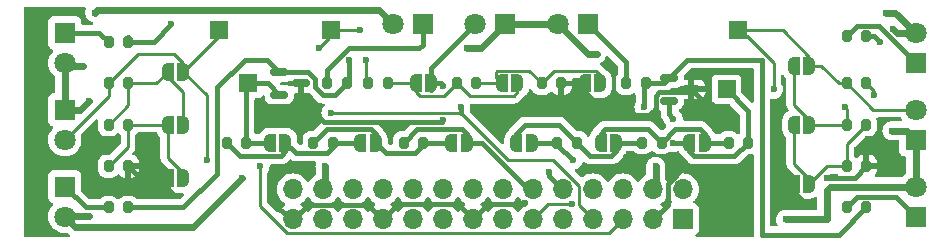
<source format=gbr>
%TF.GenerationSoftware,KiCad,Pcbnew,8.0.0*%
%TF.CreationDate,2024-03-24T17:38:24+02:00*%
%TF.ProjectId,Sensing1_0,53656e73-696e-4673-915f-302e6b696361,rev?*%
%TF.SameCoordinates,Original*%
%TF.FileFunction,Copper,L1,Top*%
%TF.FilePolarity,Positive*%
%FSLAX46Y46*%
G04 Gerber Fmt 4.6, Leading zero omitted, Abs format (unit mm)*
G04 Created by KiCad (PCBNEW 8.0.0) date 2024-03-24 17:38:24*
%MOMM*%
%LPD*%
G01*
G04 APERTURE LIST*
G04 Aperture macros list*
%AMRoundRect*
0 Rectangle with rounded corners*
0 $1 Rounding radius*
0 $2 $3 $4 $5 $6 $7 $8 $9 X,Y pos of 4 corners*
0 Add a 4 corners polygon primitive as box body*
4,1,4,$2,$3,$4,$5,$6,$7,$8,$9,$2,$3,0*
0 Add four circle primitives for the rounded corners*
1,1,$1+$1,$2,$3*
1,1,$1+$1,$4,$5*
1,1,$1+$1,$6,$7*
1,1,$1+$1,$8,$9*
0 Add four rect primitives between the rounded corners*
20,1,$1+$1,$2,$3,$4,$5,0*
20,1,$1+$1,$4,$5,$6,$7,0*
20,1,$1+$1,$6,$7,$8,$9,0*
20,1,$1+$1,$8,$9,$2,$3,0*%
%AMFreePoly0*
4,1,19,0.500000,-0.750000,0.000000,-0.750000,0.000000,-0.744911,-0.071157,-0.744911,-0.207708,-0.704816,-0.327430,-0.627875,-0.420627,-0.520320,-0.479746,-0.390866,-0.500000,-0.250000,-0.500000,0.250000,-0.479746,0.390866,-0.420627,0.520320,-0.327430,0.627875,-0.207708,0.704816,-0.071157,0.744911,0.000000,0.744911,0.000000,0.750000,0.500000,0.750000,0.500000,-0.750000,0.500000,-0.750000,
$1*%
%AMFreePoly1*
4,1,19,0.000000,0.744911,0.071157,0.744911,0.207708,0.704816,0.327430,0.627875,0.420627,0.520320,0.479746,0.390866,0.500000,0.250000,0.500000,-0.250000,0.479746,-0.390866,0.420627,-0.520320,0.327430,-0.627875,0.207708,-0.704816,0.071157,-0.744911,0.000000,-0.744911,0.000000,-0.750000,-0.500000,-0.750000,-0.500000,0.750000,0.000000,0.750000,0.000000,0.744911,0.000000,0.744911,
$1*%
G04 Aperture macros list end*
%TA.AperFunction,ComponentPad*%
%ADD10R,1.800000X1.800000*%
%TD*%
%TA.AperFunction,ComponentPad*%
%ADD11C,1.800000*%
%TD*%
%TA.AperFunction,ComponentPad*%
%ADD12O,1.700000X1.700000*%
%TD*%
%TA.AperFunction,ComponentPad*%
%ADD13R,1.700000X1.700000*%
%TD*%
%TA.AperFunction,SMDPad,CuDef*%
%ADD14RoundRect,0.200000X-0.200000X-0.275000X0.200000X-0.275000X0.200000X0.275000X-0.200000X0.275000X0*%
%TD*%
%TA.AperFunction,SMDPad,CuDef*%
%ADD15R,1.500000X1.500000*%
%TD*%
%TA.AperFunction,SMDPad,CuDef*%
%ADD16RoundRect,0.150000X-0.587500X-0.150000X0.587500X-0.150000X0.587500X0.150000X-0.587500X0.150000X0*%
%TD*%
%TA.AperFunction,SMDPad,CuDef*%
%ADD17FreePoly0,0.000000*%
%TD*%
%TA.AperFunction,SMDPad,CuDef*%
%ADD18FreePoly1,0.000000*%
%TD*%
%TA.AperFunction,ViaPad*%
%ADD19C,0.600000*%
%TD*%
%TA.AperFunction,Conductor*%
%ADD20C,0.400000*%
%TD*%
%TA.AperFunction,Conductor*%
%ADD21C,0.600000*%
%TD*%
%TA.AperFunction,Conductor*%
%ADD22C,0.250000*%
%TD*%
%TA.AperFunction,Conductor*%
%ADD23C,0.200000*%
%TD*%
G04 APERTURE END LIST*
D10*
%TO.P,D7,1,K*%
%TO.N,Net-(D7-K)*%
X155525000Y-59275000D03*
D11*
%TO.P,D7,2,A*%
%TO.N,+BATT*%
X155525000Y-56735000D03*
%TD*%
D10*
%TO.P,D6,1,K*%
%TO.N,Net-(D6-K)*%
X127775000Y-42975000D03*
D11*
%TO.P,D6,2,A*%
%TO.N,+BATT*%
X125235000Y-42975000D03*
%TD*%
D10*
%TO.P,D4,1,K*%
%TO.N,Net-(D4-K)*%
X83475000Y-43725000D03*
D11*
%TO.P,D4,2,A*%
%TO.N,+BATT*%
X83475000Y-46265000D03*
%TD*%
D10*
%TO.P,D3,1,K*%
%TO.N,Net-(D3-K)*%
X155525000Y-46275000D03*
D11*
%TO.P,D3,2,A*%
%TO.N,+BATT*%
X155525000Y-43735000D03*
%TD*%
D10*
%TO.P,D2,1,K*%
%TO.N,Net-(D2-K)*%
X113775000Y-42975000D03*
D11*
%TO.P,D2,2,A*%
%TO.N,+BATT*%
X111235000Y-42975000D03*
%TD*%
D10*
%TO.P,D1,1,K*%
%TO.N,Net-(D1-K)*%
X83475000Y-56725000D03*
D11*
%TO.P,D1,2,A*%
%TO.N,+BATT*%
X83475000Y-59265000D03*
%TD*%
D12*
%TO.P,J1,28,Pin_28*%
%TO.N,unconnected-(J1-Pin_28-Pad28)*%
X102780000Y-56960000D03*
%TO.P,J1,27,Pin_27*%
%TO.N,GND*%
X102780000Y-59500000D03*
%TO.P,J1,26,Pin_26*%
%TO.N,+BATT*%
X105320000Y-56960000D03*
%TO.P,J1,25,Pin_25*%
%TO.N,unconnected-(J1-Pin_25-Pad25)*%
X105320000Y-59500000D03*
%TO.P,J1,24,Pin_24*%
%TO.N,unconnected-(J1-Pin_24-Pad24)*%
X107860000Y-56960000D03*
%TO.P,J1,23,Pin_23*%
%TO.N,unconnected-(J1-Pin_23-Pad23)*%
X107860000Y-59500000D03*
%TO.P,J1,22,Pin_22*%
%TO.N,unconnected-(J1-Pin_22-Pad22)*%
X110400000Y-56960000D03*
%TO.P,J1,21,Pin_21*%
%TO.N,GND*%
X110400000Y-59500000D03*
%TO.P,J1,20,Pin_20*%
%TO.N,unconnected-(J1-Pin_20-Pad20)*%
X112940000Y-56960000D03*
%TO.P,J1,19,Pin_19*%
%TO.N,unconnected-(J1-Pin_19-Pad19)*%
X112940000Y-59500000D03*
%TO.P,J1,18,Pin_18*%
%TO.N,unconnected-(J1-Pin_18-Pad18)*%
X115480000Y-56960000D03*
%TO.P,J1,17,Pin_17*%
%TO.N,unconnected-(J1-Pin_17-Pad17)*%
X115480000Y-59500000D03*
%TO.P,J1,16,Pin_16*%
%TO.N,unconnected-(J1-Pin_16-Pad16)*%
X118020000Y-56960000D03*
%TO.P,J1,15,Pin_15*%
%TO.N,GND*%
X118020000Y-59500000D03*
%TO.P,J1,14,Pin_14*%
%TO.N,unconnected-(J1-Pin_14-Pad14)*%
X120560000Y-56960000D03*
%TO.P,J1,13,Pin_13*%
%TO.N,unconnected-(J1-Pin_13-Pad13)*%
X120560000Y-59500000D03*
%TO.P,J1,12,Pin_12*%
%TO.N,/PE13*%
X123100000Y-56960000D03*
%TO.P,J1,11,Pin_11*%
%TO.N,/PA5*%
X123100000Y-59500000D03*
%TO.P,J1,10,Pin_10*%
%TO.N,/PE14*%
X125640000Y-56960000D03*
%TO.P,J1,9,Pin_9*%
%TO.N,GND*%
X125640000Y-59500000D03*
%TO.P,J1,8,Pin_8*%
%TO.N,unconnected-(J1-Pin_8-Pad8)*%
X128180000Y-56960000D03*
%TO.P,J1,7,Pin_7*%
%TO.N,/PA4*%
X128180000Y-59500000D03*
%TO.P,J1,6,Pin_6*%
%TO.N,unconnected-(J1-Pin_6-Pad6)*%
X130720000Y-56960000D03*
%TO.P,J1,5,Pin_5*%
%TO.N,/PA3*%
X130720000Y-59500000D03*
%TO.P,J1,4,Pin_4*%
%TO.N,+BATT*%
X133260000Y-56960000D03*
%TO.P,J1,3,Pin_3*%
%TO.N,GND*%
X133260000Y-59500000D03*
%TO.P,J1,2,Pin_2*%
%TO.N,unconnected-(J1-Pin_2-Pad2)*%
X135800000Y-56960000D03*
D13*
%TO.P,J1,1,Pin_1*%
%TO.N,unconnected-(J1-Pin_1-Pad1)*%
X135800000Y-59500000D03*
%TD*%
D14*
%TO.P,R9,1*%
%TO.N,Net-(JP2-A)*%
X97175000Y-53000000D03*
%TO.P,R9,2*%
%TO.N,Net-(JP3-A)*%
X98825000Y-53000000D03*
%TD*%
D15*
%TO.P,TP5,1,1*%
%TO.N,/PA5*%
X140500000Y-43500000D03*
%TD*%
%TO.P,TP4,1,1*%
%TO.N,/PA4*%
X106000000Y-43500000D03*
%TD*%
%TO.P,TP3,1,1*%
%TO.N,Net-(JP6-A)*%
X139500000Y-48500000D03*
%TD*%
%TO.P,TP2,1,1*%
%TO.N,Net-(JP3-A)*%
X99000000Y-48000000D03*
%TD*%
%TO.P,TP1,1,1*%
%TO.N,/PA3*%
X96500000Y-43500000D03*
%TD*%
D14*
%TO.P,R21,1*%
%TO.N,Net-(JP14-A)*%
X149675000Y-55000000D03*
%TO.P,R21,2*%
%TO.N,GND*%
X151325000Y-55000000D03*
%TD*%
%TO.P,R20,1*%
%TO.N,Net-(JP13-A)*%
X149675000Y-51500000D03*
%TO.P,R20,2*%
%TO.N,Net-(JP14-A)*%
X151325000Y-51500000D03*
%TD*%
%TO.P,R19,1*%
%TO.N,Net-(JP8-A)*%
X87175000Y-55000000D03*
%TO.P,R19,2*%
%TO.N,GND*%
X88825000Y-55000000D03*
%TD*%
%TO.P,R18,1*%
%TO.N,/PA5*%
X149675000Y-48000000D03*
%TO.P,R18,2*%
%TO.N,Net-(JP13-A)*%
X151325000Y-48000000D03*
%TD*%
%TO.P,R17,1*%
%TO.N,Net-(JP11-A)*%
X123850000Y-48000000D03*
%TO.P,R17,2*%
%TO.N,GND*%
X125500000Y-48000000D03*
%TD*%
%TO.P,R16,1*%
%TO.N,Net-(JP10-A)*%
X116675000Y-48000000D03*
%TO.P,R16,2*%
%TO.N,Net-(JP11-A)*%
X118325000Y-48000000D03*
%TD*%
%TO.P,R15,1*%
%TO.N,/PA4*%
X109175000Y-48000000D03*
%TO.P,R15,2*%
%TO.N,Net-(JP10-A)*%
X110825000Y-48000000D03*
%TD*%
%TO.P,R14,1*%
%TO.N,Net-(D7-K)*%
X149675000Y-58500000D03*
%TO.P,R14,2*%
%TO.N,Net-(Q2-C)*%
X151325000Y-58500000D03*
%TD*%
%TO.P,R13,1*%
%TO.N,Net-(D6-K)*%
X131000000Y-48000000D03*
%TO.P,R13,2*%
%TO.N,Net-(Q2-C)*%
X132650000Y-48000000D03*
%TD*%
%TO.P,R12,1*%
%TO.N,Net-(D4-K)*%
X87175000Y-44500000D03*
%TO.P,R12,2*%
%TO.N,Net-(Q2-C)*%
X88825000Y-44500000D03*
%TD*%
%TO.P,R11,1*%
%TO.N,Net-(JP5-A)*%
X139675000Y-53000000D03*
%TO.P,R11,2*%
%TO.N,Net-(JP6-A)*%
X141325000Y-53000000D03*
%TD*%
%TO.P,R10,1*%
%TO.N,Net-(JP4-A)*%
X132350000Y-53000000D03*
%TO.P,R10,2*%
%TO.N,Net-(JP5-A)*%
X134000000Y-53000000D03*
%TD*%
%TO.P,R8,1*%
%TO.N,Net-(JP7-A)*%
X87175000Y-51500000D03*
%TO.P,R8,2*%
%TO.N,Net-(JP8-A)*%
X88825000Y-51500000D03*
%TD*%
%TO.P,R7,1*%
%TO.N,/PA3*%
X87175000Y-48000000D03*
%TO.P,R7,2*%
%TO.N,Net-(JP7-A)*%
X88825000Y-48000000D03*
%TD*%
%TO.P,R6,1*%
%TO.N,Net-(JP1-A)*%
X104500000Y-53000000D03*
%TO.P,R6,2*%
%TO.N,Net-(JP2-A)*%
X106150000Y-53000000D03*
%TD*%
%TO.P,R5,1*%
%TO.N,/PE14*%
X125175000Y-53000000D03*
%TO.P,R5,2*%
%TO.N,Net-(JP4-A)*%
X126825000Y-53000000D03*
%TD*%
%TO.P,R4,1*%
%TO.N,Net-(D1-K)*%
X87175000Y-58500000D03*
%TO.P,R4,2*%
%TO.N,Net-(Q1-C)*%
X88825000Y-58500000D03*
%TD*%
%TO.P,R3,1*%
%TO.N,/PE13*%
X112175000Y-53000000D03*
%TO.P,R3,2*%
%TO.N,Net-(JP1-A)*%
X113825000Y-53000000D03*
%TD*%
%TO.P,R2,1*%
%TO.N,Net-(D3-K)*%
X149675000Y-44000000D03*
%TO.P,R2,2*%
%TO.N,Net-(Q1-C)*%
X151325000Y-44000000D03*
%TD*%
%TO.P,R1,1*%
%TO.N,Net-(D2-K)*%
X105675000Y-48000000D03*
%TO.P,R1,2*%
%TO.N,Net-(Q1-C)*%
X107325000Y-48000000D03*
%TD*%
D16*
%TO.P,Q2,1,C*%
%TO.N,Net-(Q2-C)*%
X134625000Y-47550000D03*
%TO.P,Q2,2,B*%
%TO.N,Net-(JP6-A)*%
X134625000Y-49450000D03*
%TO.P,Q2,3,E*%
%TO.N,GND*%
X136500000Y-48500000D03*
%TD*%
%TO.P,Q1,1,C*%
%TO.N,Net-(Q1-C)*%
X101625000Y-47050000D03*
%TO.P,Q1,2,B*%
%TO.N,Net-(JP3-A)*%
X101625000Y-48950000D03*
%TO.P,Q1,3,E*%
%TO.N,GND*%
X103500000Y-48000000D03*
%TD*%
D17*
%TO.P,JP15,1,A*%
%TO.N,GND*%
X145200000Y-56500000D03*
D18*
%TO.P,JP15,2,B*%
%TO.N,Net-(JP14-A)*%
X146500000Y-56500000D03*
%TD*%
D17*
%TO.P,JP14,1,A*%
%TO.N,Net-(JP14-A)*%
X145200000Y-51500000D03*
D18*
%TO.P,JP14,2,B*%
%TO.N,Net-(JP13-A)*%
X146500000Y-51500000D03*
%TD*%
D17*
%TO.P,JP13,1,A*%
%TO.N,Net-(JP13-A)*%
X145200000Y-46500000D03*
D18*
%TO.P,JP13,2,B*%
%TO.N,/PA5*%
X146500000Y-46500000D03*
%TD*%
D17*
%TO.P,JP12,1,A*%
%TO.N,GND*%
X127500000Y-48000000D03*
D18*
%TO.P,JP12,2,B*%
%TO.N,Net-(JP11-A)*%
X128800000Y-48000000D03*
%TD*%
D17*
%TO.P,JP11,1,A*%
%TO.N,Net-(JP11-A)*%
X120500000Y-48000000D03*
D18*
%TO.P,JP11,2,B*%
%TO.N,Net-(JP10-A)*%
X121800000Y-48000000D03*
%TD*%
D17*
%TO.P,JP10,1,A*%
%TO.N,Net-(JP10-A)*%
X113200000Y-48000000D03*
D18*
%TO.P,JP10,2,B*%
%TO.N,/PA4*%
X114500000Y-48000000D03*
%TD*%
D17*
%TO.P,JP9,1,A*%
%TO.N,GND*%
X92200000Y-56000000D03*
D18*
%TO.P,JP9,2,B*%
%TO.N,Net-(JP8-A)*%
X93500000Y-56000000D03*
%TD*%
D17*
%TO.P,JP8,1,A*%
%TO.N,Net-(JP8-A)*%
X92200000Y-51500000D03*
D18*
%TO.P,JP8,2,B*%
%TO.N,Net-(JP7-A)*%
X93500000Y-51500000D03*
%TD*%
D17*
%TO.P,JP7,1,A*%
%TO.N,Net-(JP7-A)*%
X92200000Y-47000000D03*
D18*
%TO.P,JP7,2,B*%
%TO.N,/PA3*%
X93500000Y-47000000D03*
%TD*%
D17*
%TO.P,JP6,1,A*%
%TO.N,Net-(JP6-A)*%
X136350000Y-53000000D03*
D18*
%TO.P,JP6,2,B*%
%TO.N,Net-(JP5-A)*%
X137650000Y-53000000D03*
%TD*%
D17*
%TO.P,JP5,1,A*%
%TO.N,Net-(JP5-A)*%
X128850000Y-53000000D03*
D18*
%TO.P,JP5,2,B*%
%TO.N,Net-(JP4-A)*%
X130150000Y-53000000D03*
%TD*%
D17*
%TO.P,JP4,1,A*%
%TO.N,Net-(JP4-A)*%
X121700000Y-53000000D03*
D18*
%TO.P,JP4,2,B*%
%TO.N,/PE14*%
X123000000Y-53000000D03*
%TD*%
D17*
%TO.P,JP3,1,A*%
%TO.N,Net-(JP3-A)*%
X100850000Y-53000000D03*
D18*
%TO.P,JP3,2,B*%
%TO.N,Net-(JP2-A)*%
X102150000Y-53000000D03*
%TD*%
D17*
%TO.P,JP2,1,A*%
%TO.N,Net-(JP2-A)*%
X108500000Y-53000000D03*
D18*
%TO.P,JP2,2,B*%
%TO.N,Net-(JP1-A)*%
X109800000Y-53000000D03*
%TD*%
D17*
%TO.P,JP1,1,A*%
%TO.N,Net-(JP1-A)*%
X116200000Y-53000000D03*
D18*
%TO.P,JP1,2,B*%
%TO.N,/PE13*%
X117500000Y-53000000D03*
%TD*%
D10*
%TO.P,D9,1,K*%
%TO.N,+BATT*%
X155525000Y-52775000D03*
D11*
%TO.P,D9,2,A*%
%TO.N,/PA5*%
X155525000Y-50235000D03*
%TD*%
D10*
%TO.P,D8,1,K*%
%TO.N,+BATT*%
X120775000Y-42975000D03*
D11*
%TO.P,D8,2,A*%
%TO.N,/PA4*%
X118235000Y-42975000D03*
%TD*%
D10*
%TO.P,D5,1,K*%
%TO.N,+BATT*%
X83475000Y-50225000D03*
D11*
%TO.P,D5,2,A*%
%TO.N,/PA3*%
X83475000Y-52765000D03*
%TD*%
D19*
%TO.N,GND*%
X125500000Y-49500000D03*
X115500000Y-51125000D03*
%TO.N,+BATT*%
X117500000Y-45000000D03*
%TO.N,GND*%
X122425373Y-58129353D03*
X146500000Y-58500000D03*
X147993662Y-55982420D03*
%TO.N,/PA4*%
X117000000Y-50000000D03*
X115500000Y-48200000D03*
%TO.N,GND*%
X143500000Y-55500000D03*
X138000000Y-49500000D03*
X141500000Y-55000000D03*
X91500000Y-57500000D03*
X101000000Y-58000000D03*
%TO.N,/PE14*%
X126500000Y-54500000D03*
X124500000Y-55500000D03*
%TO.N,/PA5*%
X143500000Y-48500000D03*
X126380000Y-58230451D03*
%TO.N,+BATT*%
X133500000Y-55000000D03*
X144500000Y-59500000D03*
X105500000Y-55000000D03*
X98500000Y-56000000D03*
%TO.N,/PA4*%
X105000000Y-45000000D03*
X106000000Y-50500000D03*
%TO.N,/PA3*%
X95500000Y-54500000D03*
X100000000Y-55000000D03*
%TO.N,+BATT*%
X153500000Y-52000000D03*
X153619975Y-43380025D03*
X153000000Y-42000000D03*
X128500000Y-45500000D03*
X85563050Y-59200000D03*
X85500000Y-49500000D03*
X85000000Y-46500000D03*
X86000000Y-42000000D03*
%TO.N,Net-(Q2-C)*%
X92500000Y-43000000D03*
X132500000Y-50000000D03*
%TO.N,/PA4*%
X109000000Y-46000000D03*
X108500000Y-43500000D03*
%TO.N,Net-(JP13-A)*%
X152000000Y-49000000D03*
X149500000Y-50000000D03*
%TO.N,Net-(JP6-A)*%
X135000000Y-53000000D03*
X135000000Y-51000000D03*
%TO.N,Net-(Q1-C)*%
X107500000Y-46000000D03*
X152500000Y-44500000D03*
%TD*%
D20*
%TO.N,GND*%
X132950000Y-50700000D02*
X133487500Y-50162500D01*
X133487500Y-49068026D02*
X133805526Y-48750000D01*
X133805526Y-48750000D02*
X136250000Y-48750000D01*
X127500000Y-48755000D02*
X129445000Y-50700000D01*
X129445000Y-50700000D02*
X132950000Y-50700000D01*
X136250000Y-48750000D02*
X136500000Y-48500000D01*
X127500000Y-48000000D02*
X127500000Y-48755000D01*
X133487500Y-50162500D02*
X133487500Y-49068026D01*
X125500000Y-48000000D02*
X127500000Y-48000000D01*
X125500000Y-49500000D02*
X125500000Y-48000000D01*
X115380000Y-51245000D02*
X115500000Y-51125000D01*
X103500000Y-49338528D02*
X105406472Y-51245000D01*
X103500000Y-48000000D02*
X103500000Y-49338528D01*
X105406472Y-51245000D02*
X115380000Y-51245000D01*
D21*
%TO.N,+BATT*%
X118750000Y-45000000D02*
X117500000Y-45000000D01*
X120775000Y-42975000D02*
X118750000Y-45000000D01*
D22*
%TO.N,/PA5*%
X126380000Y-58230451D02*
X124369549Y-58230451D01*
X124369549Y-58230451D02*
X123100000Y-59500000D01*
D20*
%TO.N,Net-(JP2-A)*%
X103025000Y-53875000D02*
X102150000Y-53000000D01*
X106510050Y-53000000D02*
X105635050Y-53875000D01*
X105635050Y-53875000D02*
X103025000Y-53875000D01*
X108500000Y-53000000D02*
X106510050Y-53000000D01*
%TO.N,GND*%
X122344726Y-58210000D02*
X122425373Y-58129353D01*
X119310000Y-58210000D02*
X122344726Y-58210000D01*
X118020000Y-59500000D02*
X119310000Y-58210000D01*
X116730000Y-58210000D02*
X118020000Y-59500000D01*
X111690000Y-58210000D02*
X116730000Y-58210000D01*
X110400000Y-59500000D02*
X111690000Y-58210000D01*
X109150000Y-58250000D02*
X110400000Y-59500000D01*
X104030000Y-58250000D02*
X109150000Y-58250000D01*
X102780000Y-59500000D02*
X104030000Y-58250000D01*
X145200000Y-57200000D02*
X145200000Y-56500000D01*
X146500000Y-58500000D02*
X145200000Y-57200000D01*
X150342580Y-55982420D02*
X147993662Y-55982420D01*
X151325000Y-55000000D02*
X150342580Y-55982420D01*
%TO.N,/PA4*%
X116998932Y-50001068D02*
X116998932Y-50500000D01*
X115300000Y-48000000D02*
X115500000Y-48200000D01*
X114500000Y-48000000D02*
X115300000Y-48000000D01*
X117000000Y-50000000D02*
X116998932Y-50001068D01*
D22*
%TO.N,GND*%
X144500000Y-56500000D02*
X143500000Y-55500000D01*
X145200000Y-56500000D02*
X144500000Y-56500000D01*
D20*
X137500000Y-49500000D02*
X136500000Y-48500000D01*
X138000000Y-49500000D02*
X137500000Y-49500000D01*
X135992233Y-55000000D02*
X141500000Y-55000000D01*
X134510000Y-56482233D02*
X135992233Y-55000000D01*
X134510000Y-58250000D02*
X134510000Y-56482233D01*
X133260000Y-59500000D02*
X134510000Y-58250000D01*
X89825000Y-56000000D02*
X88825000Y-55000000D01*
X92200000Y-56000000D02*
X89825000Y-56000000D01*
X91500000Y-56700000D02*
X92200000Y-56000000D01*
X91500000Y-57500000D02*
X91500000Y-56700000D01*
X102500000Y-59500000D02*
X101000000Y-58000000D01*
X102780000Y-59500000D02*
X102500000Y-59500000D01*
%TO.N,/PE13*%
X122716470Y-56960000D02*
X118756470Y-53000000D01*
X123100000Y-56960000D02*
X122716470Y-56960000D01*
X118756470Y-53000000D02*
X117500000Y-53000000D01*
%TO.N,/PE14*%
X124500000Y-55820000D02*
X125640000Y-56960000D01*
X124500000Y-55500000D02*
X124500000Y-55820000D01*
X125175000Y-53175000D02*
X126500000Y-54500000D01*
X125175000Y-53000000D02*
X125175000Y-53175000D01*
D22*
%TO.N,/PA5*%
X141192462Y-43950000D02*
X140500000Y-43950000D01*
X143500000Y-46257538D02*
X141192462Y-43950000D01*
X143500000Y-48500000D02*
X143500000Y-46257538D01*
D21*
%TO.N,+BATT*%
X133500000Y-56720000D02*
X133260000Y-56960000D01*
X148000000Y-59500000D02*
X144500000Y-59500000D01*
X133500000Y-55000000D02*
X133500000Y-56720000D01*
X148000000Y-57000000D02*
X148000000Y-59500000D01*
X148265000Y-56735000D02*
X148000000Y-57000000D01*
X155525000Y-56735000D02*
X148265000Y-56735000D01*
X105500000Y-56780000D02*
X105320000Y-56960000D01*
X105500000Y-55000000D02*
X105500000Y-56780000D01*
X84375000Y-60165000D02*
X94335000Y-60165000D01*
X83475000Y-59265000D02*
X84375000Y-60165000D01*
X94335000Y-60165000D02*
X98500000Y-56000000D01*
D22*
%TO.N,/PA4*%
X105813604Y-43950000D02*
X105681802Y-43818198D01*
X105000000Y-45000000D02*
X105813604Y-44186396D01*
X105813604Y-44186396D02*
X105813604Y-43950000D01*
X116998932Y-50500000D02*
X106000000Y-50500000D01*
X120998932Y-54500000D02*
X116998932Y-50500000D01*
X124841701Y-54500000D02*
X120998932Y-54500000D01*
X127005000Y-56663299D02*
X124841701Y-54500000D01*
X127005000Y-58325000D02*
X127005000Y-56663299D01*
X128180000Y-59500000D02*
X127005000Y-58325000D01*
%TO.N,/PA3*%
X100000000Y-58381701D02*
X100000000Y-55000000D01*
X129545000Y-60675000D02*
X102293299Y-60675000D01*
X102293299Y-60675000D02*
X100000000Y-58381701D01*
X130720000Y-59500000D02*
X129545000Y-60675000D01*
X95500000Y-49000000D02*
X93500000Y-47000000D01*
X95500000Y-54500000D02*
X95500000Y-49000000D01*
%TO.N,Net-(JP13-A)*%
X146500000Y-51500000D02*
X149675000Y-51500000D01*
%TO.N,/PA3*%
X96500000Y-43500000D02*
X97000000Y-43500000D01*
D21*
%TO.N,+BATT*%
X155525000Y-52775000D02*
X155525000Y-56735000D01*
X154750000Y-52000000D02*
X155525000Y-52775000D01*
X153500000Y-52000000D02*
X154750000Y-52000000D01*
X153974950Y-43735000D02*
X153619975Y-43380025D01*
X155525000Y-43735000D02*
X153974950Y-43735000D01*
X153790000Y-42000000D02*
X155525000Y-43735000D01*
X127760000Y-45500000D02*
X128500000Y-45500000D01*
X153000000Y-42000000D02*
X153790000Y-42000000D01*
X125235000Y-42975000D02*
X127760000Y-45500000D01*
X125235000Y-42975000D02*
X120775000Y-42975000D01*
D20*
%TO.N,Net-(Q1-C)*%
X106325000Y-49000000D02*
X107325000Y-48000000D01*
X104637500Y-47618026D02*
X104637500Y-48291570D01*
X104069474Y-47050000D02*
X104637500Y-47618026D01*
X101625000Y-47050000D02*
X104069474Y-47050000D01*
X104637500Y-48291570D02*
X105345930Y-49000000D01*
X105345930Y-49000000D02*
X106325000Y-49000000D01*
D21*
%TO.N,+BATT*%
X83540000Y-59200000D02*
X83475000Y-59265000D01*
X85563050Y-59200000D02*
X83540000Y-59200000D01*
X84775000Y-50225000D02*
X85500000Y-49500000D01*
X83475000Y-50225000D02*
X84775000Y-50225000D01*
X83475000Y-46265000D02*
X83475000Y-50225000D01*
X83710000Y-46500000D02*
X83475000Y-46265000D01*
X85000000Y-46500000D02*
X83710000Y-46500000D01*
X86200000Y-41800000D02*
X86000000Y-42000000D01*
X110060000Y-41800000D02*
X86200000Y-41800000D01*
X111235000Y-42975000D02*
X110060000Y-41800000D01*
D20*
%TO.N,Net-(Q2-C)*%
X91000000Y-44500000D02*
X92500000Y-43000000D01*
X88825000Y-44500000D02*
X91000000Y-44500000D01*
D22*
%TO.N,Net-(JP8-A)*%
X88825000Y-51500000D02*
X92200000Y-51500000D01*
%TO.N,Net-(JP7-A)*%
X88825000Y-48000000D02*
X91200000Y-48000000D01*
X91200000Y-48000000D02*
X92200000Y-47000000D01*
%TO.N,/PA3*%
X89675000Y-45500000D02*
X87175000Y-48000000D01*
X92755000Y-45500000D02*
X89675000Y-45500000D01*
X93500000Y-46245000D02*
X92755000Y-45500000D01*
X93500000Y-47000000D02*
X93500000Y-46245000D01*
X96500000Y-44000000D02*
X96500000Y-43500000D01*
X93500000Y-47000000D02*
X96500000Y-44000000D01*
%TO.N,Net-(JP7-A)*%
X92200000Y-47416693D02*
X92200000Y-47000000D01*
X93500000Y-48716693D02*
X92200000Y-47416693D01*
X93500000Y-51500000D02*
X93500000Y-48716693D01*
%TO.N,Net-(JP8-A)*%
X93500000Y-55583307D02*
X93500000Y-56000000D01*
X92200000Y-54283307D02*
X93500000Y-55583307D01*
X92200000Y-51500000D02*
X92200000Y-54283307D01*
X88825000Y-53350000D02*
X87175000Y-55000000D01*
X88825000Y-51500000D02*
X88825000Y-53350000D01*
%TO.N,Net-(JP7-A)*%
X88825000Y-49850000D02*
X87175000Y-51500000D01*
X88825000Y-48000000D02*
X88825000Y-49850000D01*
%TO.N,/PA3*%
X87175000Y-49065000D02*
X87175000Y-48000000D01*
X83475000Y-52765000D02*
X87175000Y-49065000D01*
D20*
%TO.N,Net-(Q1-C)*%
X100575000Y-46000000D02*
X101625000Y-47050000D01*
X98700000Y-46000000D02*
X100575000Y-46000000D01*
X93500000Y-58500000D02*
X96375000Y-55625000D01*
X96375000Y-55625000D02*
X96375000Y-48325000D01*
X88825000Y-58500000D02*
X93500000Y-58500000D01*
X96375000Y-48325000D02*
X98700000Y-46000000D01*
%TO.N,Net-(D1-K)*%
X85250000Y-58500000D02*
X83475000Y-56725000D01*
X87175000Y-58500000D02*
X85250000Y-58500000D01*
%TO.N,Net-(Q2-C)*%
X132500000Y-48150000D02*
X132650000Y-48000000D01*
X132500000Y-50000000D02*
X132500000Y-48150000D01*
X88825000Y-44500000D02*
X88825000Y-44025000D01*
%TO.N,Net-(D4-K)*%
X86400000Y-43725000D02*
X87175000Y-44500000D01*
X83475000Y-43725000D02*
X86400000Y-43725000D01*
D22*
%TO.N,Net-(JP11-A)*%
X124930000Y-46920000D02*
X123850000Y-48000000D01*
X128800000Y-47245000D02*
X128475000Y-46920000D01*
X128475000Y-46920000D02*
X124930000Y-46920000D01*
X128800000Y-48000000D02*
X128800000Y-47245000D01*
X120000000Y-47000000D02*
X120000000Y-47500000D01*
X120000000Y-47500000D02*
X120500000Y-48000000D01*
X122770000Y-46920000D02*
X120080000Y-46920000D01*
X120080000Y-46920000D02*
X120000000Y-47000000D01*
X123850000Y-48000000D02*
X122770000Y-46920000D01*
%TO.N,Net-(JP10-A)*%
X117755000Y-49080000D02*
X116675000Y-48000000D01*
X121475000Y-49080000D02*
X117755000Y-49080000D01*
X121800000Y-48755000D02*
X121475000Y-49080000D01*
X121800000Y-48000000D02*
X121800000Y-48755000D01*
%TO.N,Net-(JP11-A)*%
X118325000Y-48000000D02*
X120500000Y-48000000D01*
%TO.N,Net-(JP10-A)*%
X113525000Y-49080000D02*
X113200000Y-48755000D01*
X115595000Y-49080000D02*
X113525000Y-49080000D01*
X116675000Y-48000000D02*
X115595000Y-49080000D01*
X113200000Y-48755000D02*
X113200000Y-48000000D01*
D20*
%TO.N,/PA4*%
X114500000Y-48000000D02*
X114500000Y-46710000D01*
X114500000Y-46710000D02*
X118235000Y-42975000D01*
D22*
%TO.N,Net-(JP10-A)*%
X110825000Y-48000000D02*
X113200000Y-48000000D01*
%TO.N,/PA4*%
X109000000Y-47825000D02*
X109175000Y-48000000D01*
X109000000Y-46000000D02*
X109000000Y-47825000D01*
X106000000Y-43500000D02*
X108500000Y-43500000D01*
%TO.N,Net-(JP14-A)*%
X148000000Y-55000000D02*
X146500000Y-56500000D01*
X149675000Y-55000000D02*
X148000000Y-55000000D01*
%TO.N,GND*%
X145200000Y-56500000D02*
X145200000Y-57255000D01*
%TO.N,Net-(JP13-A)*%
X152000000Y-48675000D02*
X151325000Y-48000000D01*
X152000000Y-49000000D02*
X152000000Y-48675000D01*
X149675000Y-51500000D02*
X149675000Y-50175000D01*
X149675000Y-50175000D02*
X149500000Y-50000000D01*
%TO.N,Net-(JP14-A)*%
X149675000Y-53150000D02*
X151325000Y-51500000D01*
X149675000Y-55000000D02*
X149675000Y-53150000D01*
X146500000Y-56083307D02*
X146500000Y-56500000D01*
X145200000Y-54783307D02*
X146500000Y-56083307D01*
X145200000Y-51500000D02*
X145200000Y-54783307D01*
%TO.N,Net-(JP13-A)*%
X146500000Y-51083307D02*
X146500000Y-51500000D01*
X145200000Y-49783307D02*
X146500000Y-51083307D01*
X145200000Y-46500000D02*
X145200000Y-49783307D01*
%TO.N,/PA5*%
X151910000Y-50235000D02*
X155525000Y-50235000D01*
X149675000Y-48000000D02*
X151910000Y-50235000D01*
X147500000Y-46500000D02*
X149000000Y-48000000D01*
X149000000Y-48000000D02*
X149675000Y-48000000D01*
X146500000Y-46500000D02*
X147500000Y-46500000D01*
X146500000Y-45745000D02*
X146500000Y-46500000D01*
X140500000Y-43500000D02*
X144255000Y-43500000D01*
X144255000Y-43500000D02*
X146500000Y-45745000D01*
D20*
%TO.N,Net-(D3-K)*%
X152375000Y-43125000D02*
X155525000Y-46275000D01*
X150550000Y-43125000D02*
X152375000Y-43125000D01*
X149675000Y-44000000D02*
X150550000Y-43125000D01*
%TO.N,Net-(D7-K)*%
X153875000Y-57625000D02*
X155525000Y-59275000D01*
X150550000Y-57625000D02*
X153875000Y-57625000D01*
X149675000Y-58500000D02*
X150550000Y-57625000D01*
%TO.N,Net-(Q2-C)*%
X149025000Y-60800000D02*
X151325000Y-58500000D01*
X142500000Y-60800000D02*
X149025000Y-60800000D01*
X142500000Y-46000000D02*
X142500000Y-60800000D01*
X134625000Y-47550000D02*
X136175000Y-46000000D01*
X136175000Y-46000000D02*
X142500000Y-46000000D01*
X134175000Y-48000000D02*
X134625000Y-47550000D01*
X132650000Y-48000000D02*
X134175000Y-48000000D01*
%TO.N,Net-(D6-K)*%
X131000000Y-46200000D02*
X127775000Y-42975000D01*
X131000000Y-48000000D02*
X131000000Y-46200000D01*
%TO.N,Net-(JP10-A)*%
X113000000Y-47800000D02*
X113200000Y-48000000D01*
%TO.N,/PA4*%
X114500000Y-48000000D02*
X114500000Y-48522759D01*
%TO.N,Net-(D2-K)*%
X113500000Y-45000000D02*
X113775000Y-44725000D01*
X107510050Y-45000000D02*
X113500000Y-45000000D01*
X105675000Y-46835050D02*
X107510050Y-45000000D01*
X113775000Y-44725000D02*
X113775000Y-42975000D01*
X105675000Y-48000000D02*
X105675000Y-46835050D01*
%TO.N,Net-(JP6-A)*%
X135000000Y-53000000D02*
X136350000Y-53000000D01*
X134625000Y-50625000D02*
X135000000Y-51000000D01*
X134625000Y-49450000D02*
X134625000Y-50625000D01*
%TO.N,Net-(JP5-A)*%
X139675000Y-53000000D02*
X137650000Y-53000000D01*
%TO.N,Net-(JP6-A)*%
X141325000Y-50325000D02*
X139500000Y-48500000D01*
X141325000Y-53000000D02*
X141325000Y-50325000D01*
X140170000Y-54155000D02*
X141325000Y-53000000D01*
X136750000Y-54155000D02*
X140170000Y-54155000D01*
X136350000Y-53755000D02*
X136750000Y-54155000D01*
X136350000Y-53000000D02*
X136350000Y-53755000D01*
%TO.N,Net-(JP5-A)*%
X137250000Y-51845000D02*
X137650000Y-52245000D01*
X137650000Y-52245000D02*
X137650000Y-53000000D01*
X135155000Y-51845000D02*
X137250000Y-51845000D01*
X134000000Y-53000000D02*
X135155000Y-51845000D01*
%TO.N,Net-(JP4-A)*%
X127980000Y-54155000D02*
X126825000Y-53000000D01*
X129750000Y-54155000D02*
X127980000Y-54155000D01*
X130150000Y-53755000D02*
X129750000Y-54155000D01*
X130150000Y-53000000D02*
X130150000Y-53755000D01*
X130150000Y-53000000D02*
X132350000Y-53000000D01*
%TO.N,Net-(JP5-A)*%
X132845000Y-51845000D02*
X134000000Y-53000000D01*
X129250000Y-51845000D02*
X132845000Y-51845000D01*
X128850000Y-53000000D02*
X128850000Y-52245000D01*
X128850000Y-52245000D02*
X129250000Y-51845000D01*
%TO.N,/PE14*%
X123000000Y-53000000D02*
X125175000Y-53000000D01*
%TO.N,Net-(JP4-A)*%
X125325000Y-51500000D02*
X126825000Y-53000000D01*
X122445000Y-51500000D02*
X125325000Y-51500000D01*
X121700000Y-52245000D02*
X122445000Y-51500000D01*
X121700000Y-53000000D02*
X121700000Y-52245000D01*
%TO.N,Net-(JP1-A)*%
X110675000Y-53875000D02*
X109800000Y-53000000D01*
X113125000Y-53875000D02*
X110675000Y-53875000D01*
X113825000Y-53175000D02*
X113125000Y-53875000D01*
X113825000Y-53000000D02*
X113825000Y-53175000D01*
X116200000Y-53000000D02*
X113825000Y-53000000D01*
%TO.N,/PE13*%
X117100000Y-51845000D02*
X117500000Y-52245000D01*
X112175000Y-53000000D02*
X113330000Y-51845000D01*
X113330000Y-51845000D02*
X117100000Y-51845000D01*
X117500000Y-52245000D02*
X117500000Y-53000000D01*
%TO.N,Net-(JP2-A)*%
X106150000Y-53000000D02*
X108500000Y-53000000D01*
%TO.N,Net-(JP3-A)*%
X100675000Y-48000000D02*
X101625000Y-48950000D01*
X99000000Y-48000000D02*
X100675000Y-48000000D01*
X98825000Y-53000000D02*
X98825000Y-48175000D01*
%TO.N,Net-(JP1-A)*%
X109800000Y-52245000D02*
X109800000Y-53000000D01*
X105655000Y-51845000D02*
X109400000Y-51845000D01*
X109400000Y-51845000D02*
X109800000Y-52245000D01*
X104500000Y-53000000D02*
X105655000Y-51845000D01*
%TO.N,Net-(JP3-A)*%
X98825000Y-48175000D02*
X99000000Y-48000000D01*
X98825000Y-53000000D02*
X100850000Y-53000000D01*
%TO.N,Net-(JP2-A)*%
X101750000Y-54155000D02*
X102150000Y-53755000D01*
X97175000Y-53000000D02*
X98330000Y-54155000D01*
X98330000Y-54155000D02*
X101750000Y-54155000D01*
X102150000Y-53755000D02*
X102150000Y-53000000D01*
%TO.N,Net-(Q1-C)*%
X107500000Y-46000000D02*
X107500000Y-47825000D01*
X152000000Y-44000000D02*
X152500000Y-44500000D01*
X107500000Y-47825000D02*
X107325000Y-48000000D01*
X151325000Y-44000000D02*
X152000000Y-44000000D01*
D23*
%TO.N,/PE13*%
X117500000Y-53000000D02*
X117500000Y-53500000D01*
%TD*%
%TA.AperFunction,Conductor*%
%TO.N,GND*%
G36*
X85218968Y-41520185D02*
G01*
X85264723Y-41572989D01*
X85274667Y-41642147D01*
X85268970Y-41665453D01*
X85262363Y-41684335D01*
X85252982Y-41711142D01*
X85250504Y-41717631D01*
X85230264Y-41766496D01*
X85230263Y-41766502D01*
X85227550Y-41780140D01*
X85222975Y-41796898D01*
X85214634Y-41820735D01*
X85214632Y-41820742D01*
X85208890Y-41871696D01*
X85207288Y-41881994D01*
X85199500Y-41921152D01*
X85199500Y-41948085D01*
X85198720Y-41961968D01*
X85194435Y-42000000D01*
X85197491Y-42027127D01*
X85198720Y-42038029D01*
X85199500Y-42051914D01*
X85199500Y-42078844D01*
X85207288Y-42118003D01*
X85208890Y-42128303D01*
X85214632Y-42179252D01*
X85214633Y-42179260D01*
X85222976Y-42203104D01*
X85227550Y-42219860D01*
X85230262Y-42233496D01*
X85250509Y-42282377D01*
X85252986Y-42288867D01*
X85268954Y-42334500D01*
X85274212Y-42349524D01*
X85280709Y-42359865D01*
X85290268Y-42378365D01*
X85290603Y-42379173D01*
X85290605Y-42379179D01*
X85327223Y-42433982D01*
X85329114Y-42436900D01*
X85370180Y-42502257D01*
X85370182Y-42502260D01*
X85370184Y-42502262D01*
X85497738Y-42629816D01*
X85541735Y-42657461D01*
X85563131Y-42670905D01*
X85566040Y-42672790D01*
X85620821Y-42709394D01*
X85621606Y-42709719D01*
X85640134Y-42719289D01*
X85650478Y-42725789D01*
X85711175Y-42747028D01*
X85717607Y-42749484D01*
X85746021Y-42761253D01*
X85766497Y-42769735D01*
X85766498Y-42769735D01*
X85766503Y-42769737D01*
X85780139Y-42772449D01*
X85796898Y-42777023D01*
X85815292Y-42783459D01*
X85872066Y-42824182D01*
X85897812Y-42889136D01*
X85884354Y-42957697D01*
X85835966Y-43008099D01*
X85774334Y-43024500D01*
X84999499Y-43024500D01*
X84932460Y-43004815D01*
X84886705Y-42952011D01*
X84875499Y-42900500D01*
X84875499Y-42777129D01*
X84875498Y-42777123D01*
X84875497Y-42777116D01*
X84869091Y-42717517D01*
X84866181Y-42709716D01*
X84818797Y-42582671D01*
X84818793Y-42582664D01*
X84732547Y-42467455D01*
X84732544Y-42467452D01*
X84617335Y-42381206D01*
X84617328Y-42381202D01*
X84482482Y-42330908D01*
X84482483Y-42330908D01*
X84422883Y-42324501D01*
X84422881Y-42324500D01*
X84422873Y-42324500D01*
X84422864Y-42324500D01*
X82527129Y-42324500D01*
X82527123Y-42324501D01*
X82467516Y-42330908D01*
X82332671Y-42381202D01*
X82332664Y-42381206D01*
X82217455Y-42467452D01*
X82217452Y-42467455D01*
X82131206Y-42582664D01*
X82131202Y-42582671D01*
X82080908Y-42717517D01*
X82074511Y-42777025D01*
X82074501Y-42777123D01*
X82074500Y-42777135D01*
X82074500Y-44672870D01*
X82074501Y-44672876D01*
X82080908Y-44732483D01*
X82131202Y-44867328D01*
X82131206Y-44867335D01*
X82217452Y-44982544D01*
X82217455Y-44982547D01*
X82332664Y-45068793D01*
X82332673Y-45068798D01*
X82412904Y-45098722D01*
X82468838Y-45140593D01*
X82493256Y-45206057D01*
X82478405Y-45274330D01*
X82460802Y-45298886D01*
X82366019Y-45401849D01*
X82239075Y-45596151D01*
X82145842Y-45808699D01*
X82088866Y-46033691D01*
X82088864Y-46033702D01*
X82069700Y-46264993D01*
X82069700Y-46265006D01*
X82088864Y-46496297D01*
X82088866Y-46496308D01*
X82145842Y-46721300D01*
X82239075Y-46933848D01*
X82366016Y-47128147D01*
X82366019Y-47128151D01*
X82366021Y-47128153D01*
X82523216Y-47298913D01*
X82626662Y-47379428D01*
X82667475Y-47436137D01*
X82674500Y-47477281D01*
X82674500Y-48700500D01*
X82654815Y-48767539D01*
X82602011Y-48813294D01*
X82550505Y-48824500D01*
X82527132Y-48824500D01*
X82527123Y-48824501D01*
X82467516Y-48830908D01*
X82332671Y-48881202D01*
X82332664Y-48881206D01*
X82217455Y-48967452D01*
X82217452Y-48967455D01*
X82131206Y-49082664D01*
X82131202Y-49082671D01*
X82080908Y-49217517D01*
X82074501Y-49277116D01*
X82074500Y-49277135D01*
X82074500Y-51172870D01*
X82074501Y-51172876D01*
X82080908Y-51232483D01*
X82131202Y-51367328D01*
X82131206Y-51367335D01*
X82217452Y-51482544D01*
X82217455Y-51482547D01*
X82332664Y-51568793D01*
X82332673Y-51568798D01*
X82412904Y-51598722D01*
X82468838Y-51640593D01*
X82493256Y-51706057D01*
X82478405Y-51774330D01*
X82460802Y-51798886D01*
X82366019Y-51901849D01*
X82239075Y-52096151D01*
X82145842Y-52308699D01*
X82088866Y-52533691D01*
X82088864Y-52533702D01*
X82069700Y-52764993D01*
X82069700Y-52765006D01*
X82088864Y-52996297D01*
X82088866Y-52996308D01*
X82145842Y-53221300D01*
X82239075Y-53433848D01*
X82366016Y-53628147D01*
X82366019Y-53628151D01*
X82366021Y-53628153D01*
X82523216Y-53798913D01*
X82523219Y-53798915D01*
X82523222Y-53798918D01*
X82706365Y-53941464D01*
X82706371Y-53941468D01*
X82706374Y-53941470D01*
X82910497Y-54051936D01*
X83012099Y-54086816D01*
X83130015Y-54127297D01*
X83130017Y-54127297D01*
X83130019Y-54127298D01*
X83358951Y-54165500D01*
X83358952Y-54165500D01*
X83591048Y-54165500D01*
X83591049Y-54165500D01*
X83819981Y-54127298D01*
X84039503Y-54051936D01*
X84243626Y-53941470D01*
X84426784Y-53798913D01*
X84583979Y-53628153D01*
X84710924Y-53433849D01*
X84804157Y-53221300D01*
X84861134Y-52996305D01*
X84861670Y-52989839D01*
X84880300Y-52765006D01*
X84880300Y-52764993D01*
X84861135Y-52533702D01*
X84861132Y-52533686D01*
X84843178Y-52462791D01*
X84823823Y-52386361D01*
X84826447Y-52316544D01*
X84856345Y-52268243D01*
X86064151Y-51060437D01*
X86125472Y-51026954D01*
X86195164Y-51031938D01*
X86251097Y-51073810D01*
X86275514Y-51139274D01*
X86275322Y-51159332D01*
X86274500Y-51168385D01*
X86274500Y-51831613D01*
X86280913Y-51902192D01*
X86280913Y-51902194D01*
X86280914Y-51902196D01*
X86331522Y-52064606D01*
X86415247Y-52203104D01*
X86419530Y-52210188D01*
X86539811Y-52330469D01*
X86539813Y-52330470D01*
X86539815Y-52330472D01*
X86685394Y-52418478D01*
X86847804Y-52469086D01*
X86918384Y-52475500D01*
X86918387Y-52475500D01*
X87431613Y-52475500D01*
X87431616Y-52475500D01*
X87502196Y-52469086D01*
X87664606Y-52418478D01*
X87810185Y-52330472D01*
X87912320Y-52228336D01*
X87973641Y-52194853D01*
X88043333Y-52199837D01*
X88087681Y-52228338D01*
X88163181Y-52303838D01*
X88196666Y-52365161D01*
X88199500Y-52391519D01*
X88199500Y-53039547D01*
X88179815Y-53106586D01*
X88163181Y-53127228D01*
X87302229Y-53988181D01*
X87240906Y-54021666D01*
X87214548Y-54024500D01*
X86918384Y-54024500D01*
X86899145Y-54026248D01*
X86847807Y-54030913D01*
X86685393Y-54081522D01*
X86539811Y-54169530D01*
X86419530Y-54289811D01*
X86331522Y-54435393D01*
X86280913Y-54597807D01*
X86274500Y-54668386D01*
X86274500Y-55331613D01*
X86280913Y-55402192D01*
X86280913Y-55402194D01*
X86280914Y-55402196D01*
X86331522Y-55564606D01*
X86419342Y-55709878D01*
X86419530Y-55710188D01*
X86539811Y-55830469D01*
X86539813Y-55830470D01*
X86539815Y-55830472D01*
X86685394Y-55918478D01*
X86847804Y-55969086D01*
X86918384Y-55975500D01*
X86918387Y-55975500D01*
X87431613Y-55975500D01*
X87431616Y-55975500D01*
X87502196Y-55969086D01*
X87664606Y-55918478D01*
X87810185Y-55830472D01*
X87912673Y-55727983D01*
X87973994Y-55694499D01*
X88043685Y-55699483D01*
X88088034Y-55727984D01*
X88190122Y-55830072D01*
X88335604Y-55918019D01*
X88335603Y-55918019D01*
X88497894Y-55968590D01*
X88497893Y-55968590D01*
X88568408Y-55974998D01*
X88568426Y-55974999D01*
X88574999Y-55974998D01*
X88575000Y-55974998D01*
X88575000Y-55250000D01*
X89075000Y-55250000D01*
X89075000Y-55974999D01*
X89081581Y-55974999D01*
X89152102Y-55968591D01*
X89152107Y-55968590D01*
X89314396Y-55918018D01*
X89459877Y-55830072D01*
X89580072Y-55709877D01*
X89668019Y-55564395D01*
X89718590Y-55402106D01*
X89725000Y-55331572D01*
X89725000Y-55250000D01*
X89075000Y-55250000D01*
X88575000Y-55250000D01*
X88575000Y-54874000D01*
X88594685Y-54806961D01*
X88647489Y-54761206D01*
X88699000Y-54750000D01*
X89724999Y-54750000D01*
X89724999Y-54668417D01*
X89718591Y-54597897D01*
X89718590Y-54597892D01*
X89668018Y-54435603D01*
X89580072Y-54290122D01*
X89459877Y-54169927D01*
X89314395Y-54081980D01*
X89314396Y-54081980D01*
X89253456Y-54062991D01*
X89195308Y-54024254D01*
X89167334Y-53960229D01*
X89178416Y-53891243D01*
X89202663Y-53856927D01*
X89310857Y-53748734D01*
X89321308Y-53733094D01*
X89379311Y-53646286D01*
X89426463Y-53532452D01*
X89450500Y-53411606D01*
X89450500Y-52391519D01*
X89470185Y-52324480D01*
X89486814Y-52303842D01*
X89580472Y-52210185D01*
X89595486Y-52185349D01*
X89647014Y-52138162D01*
X89701602Y-52125500D01*
X91186403Y-52125500D01*
X91253442Y-52145185D01*
X91299197Y-52197988D01*
X91315223Y-52233081D01*
X91315227Y-52233087D01*
X91315230Y-52233094D01*
X91368859Y-52316544D01*
X91393015Y-52354132D01*
X91393018Y-52354136D01*
X91475771Y-52449638D01*
X91487168Y-52462791D01*
X91487171Y-52462794D01*
X91531703Y-52501380D01*
X91569477Y-52560157D01*
X91574500Y-52595093D01*
X91574500Y-54344918D01*
X91580384Y-54374498D01*
X91580384Y-54374500D01*
X91580385Y-54374500D01*
X91596496Y-54455500D01*
X91596497Y-54455504D01*
X91596496Y-54455504D01*
X91598536Y-54465756D01*
X91598537Y-54465761D01*
X91645685Y-54579588D01*
X91645687Y-54579591D01*
X91645688Y-54579593D01*
X91673237Y-54620821D01*
X91714142Y-54682040D01*
X91801267Y-54769165D01*
X91801268Y-54769165D01*
X91808335Y-54776232D01*
X91808334Y-54776232D01*
X91808338Y-54776235D01*
X92458181Y-55426078D01*
X92491666Y-55487401D01*
X92494500Y-55513759D01*
X92494500Y-56750002D01*
X92499644Y-56821940D01*
X92540182Y-56959994D01*
X92617967Y-57081030D01*
X92617971Y-57081034D01*
X92680068Y-57134842D01*
X92726706Y-57175254D01*
X92761842Y-57191300D01*
X92857580Y-57235023D01*
X92857583Y-57235023D01*
X92857584Y-57235024D01*
X93000000Y-57255500D01*
X93000003Y-57255500D01*
X93454480Y-57255500D01*
X93521519Y-57275185D01*
X93567274Y-57327989D01*
X93577218Y-57397147D01*
X93548193Y-57460703D01*
X93542161Y-57467181D01*
X93246162Y-57763181D01*
X93184839Y-57796666D01*
X93158481Y-57799500D01*
X89641520Y-57799500D01*
X89574481Y-57779815D01*
X89553839Y-57763181D01*
X89460188Y-57669530D01*
X89402645Y-57634744D01*
X89314606Y-57581522D01*
X89152196Y-57530914D01*
X89152194Y-57530913D01*
X89152192Y-57530913D01*
X89102778Y-57526423D01*
X89081616Y-57524500D01*
X88568384Y-57524500D01*
X88549145Y-57526248D01*
X88497807Y-57530913D01*
X88335393Y-57581522D01*
X88189811Y-57669530D01*
X88189810Y-57669531D01*
X88087681Y-57771661D01*
X88026358Y-57805146D01*
X87956666Y-57800162D01*
X87912319Y-57771661D01*
X87810188Y-57669530D01*
X87752645Y-57634744D01*
X87664606Y-57581522D01*
X87502196Y-57530914D01*
X87502194Y-57530913D01*
X87502192Y-57530913D01*
X87452778Y-57526423D01*
X87431616Y-57524500D01*
X86918384Y-57524500D01*
X86899145Y-57526248D01*
X86847807Y-57530913D01*
X86685393Y-57581522D01*
X86539811Y-57669530D01*
X86539810Y-57669531D01*
X86446161Y-57763181D01*
X86384838Y-57796666D01*
X86358480Y-57799500D01*
X85591519Y-57799500D01*
X85524480Y-57779815D01*
X85503838Y-57763181D01*
X84911818Y-57171161D01*
X84878333Y-57109838D01*
X84875499Y-57083480D01*
X84875499Y-55777129D01*
X84875498Y-55777123D01*
X84875497Y-55777116D01*
X84869091Y-55717517D01*
X84866357Y-55710188D01*
X84818797Y-55582671D01*
X84818793Y-55582664D01*
X84732547Y-55467455D01*
X84732544Y-55467452D01*
X84617335Y-55381206D01*
X84617328Y-55381202D01*
X84482482Y-55330908D01*
X84482483Y-55330908D01*
X84422883Y-55324501D01*
X84422881Y-55324500D01*
X84422873Y-55324500D01*
X84422864Y-55324500D01*
X82527129Y-55324500D01*
X82527123Y-55324501D01*
X82467516Y-55330908D01*
X82332671Y-55381202D01*
X82332664Y-55381206D01*
X82217455Y-55467452D01*
X82217452Y-55467455D01*
X82131206Y-55582664D01*
X82131202Y-55582671D01*
X82080908Y-55717517D01*
X82075642Y-55766503D01*
X82074501Y-55777123D01*
X82074500Y-55777135D01*
X82074500Y-57672870D01*
X82074501Y-57672876D01*
X82080908Y-57732483D01*
X82131202Y-57867328D01*
X82131206Y-57867335D01*
X82217452Y-57982544D01*
X82217455Y-57982547D01*
X82332664Y-58068793D01*
X82332673Y-58068798D01*
X82412904Y-58098722D01*
X82468838Y-58140593D01*
X82493256Y-58206057D01*
X82478405Y-58274330D01*
X82460802Y-58298886D01*
X82366019Y-58401849D01*
X82239075Y-58596151D01*
X82145842Y-58808699D01*
X82088866Y-59033691D01*
X82088864Y-59033702D01*
X82069700Y-59264993D01*
X82069700Y-59265006D01*
X82088864Y-59496297D01*
X82088866Y-59496308D01*
X82145842Y-59721300D01*
X82239075Y-59933848D01*
X82366016Y-60128147D01*
X82366019Y-60128151D01*
X82366021Y-60128153D01*
X82523216Y-60298913D01*
X82523219Y-60298915D01*
X82523222Y-60298918D01*
X82706365Y-60441464D01*
X82706371Y-60441468D01*
X82706374Y-60441470D01*
X82873860Y-60532109D01*
X82885656Y-60538493D01*
X82910497Y-60551936D01*
X83024487Y-60591068D01*
X83130015Y-60627297D01*
X83130017Y-60627297D01*
X83130019Y-60627298D01*
X83358951Y-60665500D01*
X83358952Y-60665500D01*
X83591051Y-60665500D01*
X83617732Y-60661047D01*
X83658672Y-60654215D01*
X83728036Y-60662595D01*
X83766761Y-60688839D01*
X83841040Y-60763118D01*
X83865741Y-60787819D01*
X83899225Y-60849143D01*
X83894241Y-60918834D01*
X83852369Y-60974767D01*
X83786904Y-60999184D01*
X83778059Y-60999500D01*
X80124500Y-60999500D01*
X80057461Y-60979815D01*
X80011706Y-60927011D01*
X80000500Y-60875500D01*
X80000500Y-41624500D01*
X80020185Y-41557461D01*
X80072989Y-41511706D01*
X80124500Y-41500500D01*
X85151929Y-41500500D01*
X85218968Y-41520185D01*
G37*
%TD.AperFunction*%
%TA.AperFunction,Conductor*%
G36*
X133218334Y-53699838D02*
G01*
X133262681Y-53728339D01*
X133364811Y-53830469D01*
X133364813Y-53830470D01*
X133364815Y-53830472D01*
X133510394Y-53918478D01*
X133645756Y-53960657D01*
X133682337Y-53985027D01*
X133727739Y-53974175D01*
X133732576Y-53974517D01*
X133743384Y-53975500D01*
X133743394Y-53975500D01*
X134256613Y-53975500D01*
X134256616Y-53975500D01*
X134327196Y-53969086D01*
X134489606Y-53918478D01*
X134635185Y-53830472D01*
X134661602Y-53804054D01*
X134722924Y-53770569D01*
X134790239Y-53774694D01*
X134820745Y-53785368D01*
X134999996Y-53805565D01*
X135000000Y-53805565D01*
X135000004Y-53805565D01*
X135179249Y-53785369D01*
X135179251Y-53785368D01*
X135179255Y-53785368D01*
X135179258Y-53785366D01*
X135179262Y-53785366D01*
X135347789Y-53726396D01*
X135417568Y-53722834D01*
X135478195Y-53757562D01*
X135493060Y-53776399D01*
X135543011Y-53854126D01*
X135543018Y-53854136D01*
X135634948Y-53960229D01*
X135637168Y-53962791D01*
X135637171Y-53962794D01*
X135678487Y-53998594D01*
X135711845Y-54044853D01*
X135729224Y-54086809D01*
X135729225Y-54086810D01*
X135729228Y-54086817D01*
X135805885Y-54201543D01*
X135805888Y-54201546D01*
X136205886Y-54601542D01*
X136254818Y-54650474D01*
X136303459Y-54699115D01*
X136418182Y-54775771D01*
X136418195Y-54775778D01*
X136487592Y-54804523D01*
X136487593Y-54804523D01*
X136545671Y-54828580D01*
X136556737Y-54830781D01*
X136561888Y-54831806D01*
X136561901Y-54831808D01*
X136561915Y-54831811D01*
X136609551Y-54841286D01*
X136681004Y-54855500D01*
X136681007Y-54855500D01*
X140238996Y-54855500D01*
X140330040Y-54837389D01*
X140374328Y-54828580D01*
X140438069Y-54802177D01*
X140501807Y-54775777D01*
X140501808Y-54775776D01*
X140501811Y-54775775D01*
X140616543Y-54699114D01*
X141303838Y-54011819D01*
X141365161Y-53978334D01*
X141391519Y-53975500D01*
X141581613Y-53975500D01*
X141581616Y-53975500D01*
X141652196Y-53969086D01*
X141652197Y-53969085D01*
X141658730Y-53968492D01*
X141658861Y-53969939D01*
X141720892Y-53975486D01*
X141776072Y-54018345D01*
X141799322Y-54084233D01*
X141799500Y-54090879D01*
X141799500Y-60875085D01*
X141796710Y-60875085D01*
X141785942Y-60931959D01*
X141737892Y-60982683D01*
X141675541Y-60999500D01*
X136990103Y-60999500D01*
X136923064Y-60979815D01*
X136877309Y-60927011D01*
X136867365Y-60857853D01*
X136896390Y-60794297D01*
X136915792Y-60776234D01*
X136975240Y-60731730D01*
X137007546Y-60707546D01*
X137093796Y-60592331D01*
X137144091Y-60457483D01*
X137150500Y-60397873D01*
X137150499Y-58602128D01*
X137144091Y-58542517D01*
X137143002Y-58539598D01*
X137093797Y-58407671D01*
X137093793Y-58407664D01*
X137007547Y-58292455D01*
X137007544Y-58292452D01*
X136892335Y-58206206D01*
X136892328Y-58206202D01*
X136760917Y-58157189D01*
X136704983Y-58115318D01*
X136680566Y-58049853D01*
X136695418Y-57981580D01*
X136716563Y-57953332D01*
X136838495Y-57831401D01*
X136974035Y-57637830D01*
X137073903Y-57423663D01*
X137135063Y-57195408D01*
X137155659Y-56960000D01*
X137155658Y-56959994D01*
X137135974Y-56735006D01*
X137135063Y-56724592D01*
X137076791Y-56507114D01*
X137073905Y-56496344D01*
X137073904Y-56496343D01*
X137073903Y-56496337D01*
X136974035Y-56282171D01*
X136968425Y-56274158D01*
X136838494Y-56088597D01*
X136671402Y-55921506D01*
X136671395Y-55921501D01*
X136667076Y-55918477D01*
X136541393Y-55830472D01*
X136477834Y-55785967D01*
X136477830Y-55785965D01*
X136420499Y-55759231D01*
X136263663Y-55686097D01*
X136263659Y-55686096D01*
X136263655Y-55686094D01*
X136035413Y-55624938D01*
X136035403Y-55624936D01*
X135800001Y-55604341D01*
X135799999Y-55604341D01*
X135564596Y-55624936D01*
X135564586Y-55624938D01*
X135336344Y-55686094D01*
X135336335Y-55686098D01*
X135122171Y-55785964D01*
X135122169Y-55785965D01*
X134928597Y-55921505D01*
X134761508Y-56088594D01*
X134631574Y-56274160D01*
X134576997Y-56317784D01*
X134507498Y-56324977D01*
X134445144Y-56293455D01*
X134428429Y-56274164D01*
X134322925Y-56123488D01*
X134300597Y-56057281D01*
X134300500Y-56052365D01*
X134300500Y-55051914D01*
X134301280Y-55038029D01*
X134301371Y-55037226D01*
X134305565Y-55000000D01*
X134305564Y-54999994D01*
X134301280Y-54961969D01*
X134300500Y-54948085D01*
X134300500Y-54921157D01*
X134292711Y-54882003D01*
X134291110Y-54871714D01*
X134285368Y-54820745D01*
X134277023Y-54796898D01*
X134272449Y-54780139D01*
X134269737Y-54766503D01*
X134269734Y-54766496D01*
X134251179Y-54721700D01*
X134249484Y-54717607D01*
X134247028Y-54711175D01*
X134225789Y-54650478D01*
X134219289Y-54640134D01*
X134209719Y-54621606D01*
X134209394Y-54620821D01*
X134172790Y-54566040D01*
X134170905Y-54563131D01*
X134140125Y-54514145D01*
X134129816Y-54497738D01*
X134002262Y-54370184D01*
X134002260Y-54370182D01*
X134002257Y-54370180D01*
X133936900Y-54329114D01*
X133933982Y-54327223D01*
X133879179Y-54290605D01*
X133879173Y-54290603D01*
X133878365Y-54290268D01*
X133859865Y-54280709D01*
X133849524Y-54274212D01*
X133849523Y-54274211D01*
X133849522Y-54274211D01*
X133788867Y-54252986D01*
X133782377Y-54250509D01*
X133782005Y-54250355D01*
X133757194Y-54240078D01*
X133733496Y-54230262D01*
X133719860Y-54227550D01*
X133703102Y-54222976D01*
X133687575Y-54217543D01*
X133680468Y-54215056D01*
X133647896Y-54191695D01*
X133606823Y-54203025D01*
X133584681Y-54200661D01*
X133578842Y-54199500D01*
X133551915Y-54199500D01*
X133538031Y-54198720D01*
X133500002Y-54194435D01*
X133499998Y-54194435D01*
X133461969Y-54198720D01*
X133448085Y-54199500D01*
X133421152Y-54199500D01*
X133381994Y-54207288D01*
X133371696Y-54208890D01*
X133320742Y-54214632D01*
X133320735Y-54214634D01*
X133296898Y-54222975D01*
X133280140Y-54227550D01*
X133266502Y-54230263D01*
X133266496Y-54230264D01*
X133217631Y-54250504D01*
X133211140Y-54252982D01*
X133150477Y-54274210D01*
X133150474Y-54274212D01*
X133140127Y-54280713D01*
X133121639Y-54290266D01*
X133120832Y-54290600D01*
X133120824Y-54290604D01*
X133066047Y-54327204D01*
X133063132Y-54329092D01*
X132997742Y-54370180D01*
X132997735Y-54370186D01*
X132870186Y-54497735D01*
X132870180Y-54497742D01*
X132829092Y-54563132D01*
X132827209Y-54566038D01*
X132790608Y-54620819D01*
X132790605Y-54620823D01*
X132790600Y-54620832D01*
X132790266Y-54621639D01*
X132780713Y-54640127D01*
X132774212Y-54650474D01*
X132774210Y-54650477D01*
X132752982Y-54711140D01*
X132750504Y-54717631D01*
X132730264Y-54766496D01*
X132730263Y-54766502D01*
X132727550Y-54780140D01*
X132722975Y-54796898D01*
X132714634Y-54820735D01*
X132714632Y-54820742D01*
X132708890Y-54871696D01*
X132707288Y-54881994D01*
X132699500Y-54921152D01*
X132699500Y-54948085D01*
X132698720Y-54961969D01*
X132694436Y-54999994D01*
X132694435Y-55000000D01*
X132698629Y-55037226D01*
X132698720Y-55038029D01*
X132699500Y-55051914D01*
X132699500Y-55652256D01*
X132679815Y-55719295D01*
X132627906Y-55764638D01*
X132582168Y-55785966D01*
X132388597Y-55921505D01*
X132221505Y-56088597D01*
X132091575Y-56274158D01*
X132036998Y-56317783D01*
X131967500Y-56324977D01*
X131905145Y-56293454D01*
X131888425Y-56274158D01*
X131758494Y-56088597D01*
X131591402Y-55921506D01*
X131591395Y-55921501D01*
X131587076Y-55918477D01*
X131461393Y-55830472D01*
X131397834Y-55785967D01*
X131397830Y-55785965D01*
X131340499Y-55759231D01*
X131183663Y-55686097D01*
X131183659Y-55686096D01*
X131183655Y-55686094D01*
X130955413Y-55624938D01*
X130955403Y-55624936D01*
X130720001Y-55604341D01*
X130719999Y-55604341D01*
X130484596Y-55624936D01*
X130484586Y-55624938D01*
X130256344Y-55686094D01*
X130256335Y-55686098D01*
X130042171Y-55785964D01*
X130042169Y-55785965D01*
X129848597Y-55921505D01*
X129681505Y-56088597D01*
X129551575Y-56274158D01*
X129496998Y-56317783D01*
X129427500Y-56324977D01*
X129365145Y-56293454D01*
X129348425Y-56274158D01*
X129218494Y-56088597D01*
X129051402Y-55921506D01*
X129051395Y-55921501D01*
X129047076Y-55918477D01*
X128921393Y-55830472D01*
X128857834Y-55785967D01*
X128857830Y-55785965D01*
X128800499Y-55759231D01*
X128643663Y-55686097D01*
X128643659Y-55686096D01*
X128643655Y-55686094D01*
X128415413Y-55624938D01*
X128415403Y-55624936D01*
X128180001Y-55604341D01*
X128179999Y-55604341D01*
X127944596Y-55624936D01*
X127944586Y-55624938D01*
X127716344Y-55686094D01*
X127716335Y-55686098D01*
X127502171Y-55785964D01*
X127502169Y-55785965D01*
X127308593Y-55921508D01*
X127308202Y-55921837D01*
X127307994Y-55921927D01*
X127304164Y-55924610D01*
X127303624Y-55923840D01*
X127244193Y-55949849D01*
X127175202Y-55938808D01*
X127140818Y-55914527D01*
X126694646Y-55468355D01*
X126661161Y-55407032D01*
X126666145Y-55337340D01*
X126708017Y-55281407D01*
X126741373Y-55263632D01*
X126749451Y-55260805D01*
X126849522Y-55225789D01*
X127002262Y-55129816D01*
X127129816Y-55002262D01*
X127225789Y-54849522D01*
X127279349Y-54696455D01*
X127320071Y-54639680D01*
X127385023Y-54613932D01*
X127453585Y-54627388D01*
X127484073Y-54649730D01*
X127533453Y-54699111D01*
X127533454Y-54699112D01*
X127648192Y-54775777D01*
X127756759Y-54820746D01*
X127775672Y-54828580D01*
X127775676Y-54828580D01*
X127775677Y-54828581D01*
X127911003Y-54855500D01*
X127911006Y-54855500D01*
X129818996Y-54855500D01*
X129910040Y-54837389D01*
X129954328Y-54828580D01*
X130018069Y-54802177D01*
X130081807Y-54775777D01*
X130081808Y-54775776D01*
X130081811Y-54775775D01*
X130196543Y-54699114D01*
X130694113Y-54201543D01*
X130698167Y-54195477D01*
X130770775Y-54086811D01*
X130788153Y-54044853D01*
X130821511Y-53998594D01*
X130862832Y-53962791D01*
X130956986Y-53854130D01*
X131019111Y-53757460D01*
X131071913Y-53711706D01*
X131123426Y-53700500D01*
X131533480Y-53700500D01*
X131600519Y-53720185D01*
X131621161Y-53736819D01*
X131714811Y-53830469D01*
X131714813Y-53830470D01*
X131714815Y-53830472D01*
X131860394Y-53918478D01*
X132022804Y-53969086D01*
X132093384Y-53975500D01*
X132093387Y-53975500D01*
X132606613Y-53975500D01*
X132606616Y-53975500D01*
X132677196Y-53969086D01*
X132839606Y-53918478D01*
X132985185Y-53830472D01*
X133033175Y-53782482D01*
X133087319Y-53728339D01*
X133148642Y-53694854D01*
X133218334Y-53699838D01*
G37*
%TD.AperFunction*%
%TA.AperFunction,Conductor*%
G36*
X144330703Y-47266461D02*
G01*
X144353816Y-47293136D01*
X144393011Y-47354126D01*
X144393018Y-47354136D01*
X144464072Y-47436137D01*
X144487168Y-47462791D01*
X144487171Y-47462794D01*
X144531703Y-47501380D01*
X144569477Y-47560157D01*
X144574500Y-47595093D01*
X144574500Y-49721700D01*
X144574500Y-49844914D01*
X144580281Y-49873978D01*
X144580385Y-49874500D01*
X144580385Y-49874509D01*
X144598535Y-49965751D01*
X144598537Y-49965759D01*
X144609634Y-49992549D01*
X144609635Y-49992551D01*
X144609634Y-49992551D01*
X144645685Y-50079587D01*
X144645690Y-50079596D01*
X144668272Y-50113391D01*
X144668273Y-50113393D01*
X144714141Y-50182039D01*
X144714144Y-50182043D01*
X144717934Y-50185833D01*
X144751419Y-50247156D01*
X144746435Y-50316848D01*
X144704563Y-50372781D01*
X144697292Y-50377830D01*
X144601523Y-50439376D01*
X144600083Y-50440196D01*
X144595901Y-50442988D01*
X144487169Y-50537207D01*
X144487166Y-50537210D01*
X144393018Y-50645864D01*
X144393015Y-50645867D01*
X144315231Y-50766905D01*
X144315223Y-50766918D01*
X144258263Y-50891643D01*
X144256015Y-50895939D01*
X144214966Y-51035738D01*
X144214963Y-51035748D01*
X144194503Y-51178059D01*
X144194503Y-51234399D01*
X144194500Y-51234409D01*
X144194500Y-51765573D01*
X144194503Y-51765601D01*
X144194503Y-51821941D01*
X144213641Y-51955046D01*
X144213703Y-51955478D01*
X144213703Y-51955481D01*
X144214964Y-51964255D01*
X144255503Y-52102313D01*
X144315223Y-52233081D01*
X144315227Y-52233087D01*
X144315230Y-52233094D01*
X144368859Y-52316544D01*
X144393015Y-52354132D01*
X144393018Y-52354136D01*
X144475771Y-52449638D01*
X144487168Y-52462791D01*
X144487171Y-52462794D01*
X144531703Y-52501380D01*
X144569477Y-52560157D01*
X144574500Y-52595093D01*
X144574500Y-54721700D01*
X144574500Y-54844914D01*
X144574500Y-54844916D01*
X144574499Y-54844916D01*
X144581324Y-54879222D01*
X144581324Y-54879224D01*
X144596406Y-54955046D01*
X144598537Y-54965759D01*
X144611783Y-54997738D01*
X144645688Y-55079593D01*
X144672353Y-55119498D01*
X144672354Y-55119501D01*
X144714138Y-55182035D01*
X144714139Y-55182036D01*
X144714142Y-55182040D01*
X144801267Y-55269165D01*
X144801269Y-55269166D01*
X144808335Y-55276232D01*
X144808334Y-55276232D01*
X144808338Y-55276235D01*
X145458181Y-55926078D01*
X145491666Y-55987401D01*
X145494500Y-56013759D01*
X145494500Y-57250002D01*
X145499644Y-57321940D01*
X145540182Y-57459994D01*
X145617967Y-57581030D01*
X145617971Y-57581034D01*
X145726700Y-57675249D01*
X145726706Y-57675254D01*
X145767174Y-57693735D01*
X145857580Y-57735023D01*
X145857583Y-57735023D01*
X145857584Y-57735024D01*
X146000000Y-57755500D01*
X146000003Y-57755500D01*
X146571886Y-57755500D01*
X146571889Y-57755500D01*
X146714304Y-57735024D01*
X146852259Y-57694517D01*
X146983137Y-57634747D01*
X147008460Y-57618473D01*
X147075499Y-57598788D01*
X147142539Y-57618472D01*
X147188294Y-57671276D01*
X147199500Y-57722788D01*
X147199500Y-58575500D01*
X147179815Y-58642539D01*
X147127011Y-58688294D01*
X147075500Y-58699500D01*
X144551915Y-58699500D01*
X144538031Y-58698720D01*
X144500002Y-58694435D01*
X144499998Y-58694435D01*
X144461969Y-58698720D01*
X144448085Y-58699500D01*
X144421152Y-58699500D01*
X144381994Y-58707288D01*
X144371696Y-58708890D01*
X144320742Y-58714632D01*
X144320735Y-58714634D01*
X144296898Y-58722975D01*
X144280140Y-58727550D01*
X144266502Y-58730263D01*
X144266496Y-58730264D01*
X144217631Y-58750504D01*
X144211140Y-58752982D01*
X144150477Y-58774210D01*
X144150474Y-58774212D01*
X144140127Y-58780713D01*
X144121639Y-58790266D01*
X144120832Y-58790600D01*
X144120824Y-58790604D01*
X144120821Y-58790605D01*
X144120821Y-58790606D01*
X144073580Y-58822171D01*
X144066047Y-58827204D01*
X144063132Y-58829092D01*
X143997742Y-58870180D01*
X143997735Y-58870186D01*
X143870186Y-58997735D01*
X143870180Y-58997742D01*
X143829092Y-59063132D01*
X143827204Y-59066047D01*
X143790604Y-59120824D01*
X143790600Y-59120832D01*
X143790266Y-59121639D01*
X143780713Y-59140127D01*
X143774212Y-59150474D01*
X143774210Y-59150477D01*
X143752982Y-59211140D01*
X143750504Y-59217631D01*
X143730264Y-59266496D01*
X143730263Y-59266502D01*
X143727550Y-59280140D01*
X143722975Y-59296898D01*
X143714634Y-59320735D01*
X143714632Y-59320742D01*
X143708890Y-59371696D01*
X143707288Y-59381994D01*
X143699500Y-59421152D01*
X143699500Y-59448085D01*
X143698720Y-59461969D01*
X143694435Y-59499998D01*
X143694435Y-59500001D01*
X143698720Y-59538029D01*
X143699500Y-59551914D01*
X143699500Y-59578844D01*
X143707288Y-59618003D01*
X143708890Y-59628303D01*
X143714632Y-59679252D01*
X143714633Y-59679260D01*
X143722976Y-59703104D01*
X143727550Y-59719860D01*
X143730262Y-59733496D01*
X143750509Y-59782377D01*
X143752986Y-59788867D01*
X143772757Y-59845368D01*
X143774212Y-59849524D01*
X143780709Y-59859865D01*
X143790268Y-59878365D01*
X143790603Y-59879173D01*
X143790604Y-59879175D01*
X143790606Y-59879179D01*
X143808935Y-59906610D01*
X143829812Y-59973288D01*
X143811327Y-60040668D01*
X143759347Y-60087357D01*
X143705832Y-60099500D01*
X143324500Y-60099500D01*
X143257461Y-60079815D01*
X143211706Y-60027011D01*
X143200500Y-59975500D01*
X143200500Y-49410576D01*
X143220185Y-49343537D01*
X143272989Y-49297782D01*
X143338383Y-49287356D01*
X143499996Y-49305565D01*
X143500000Y-49305565D01*
X143500004Y-49305565D01*
X143679249Y-49285369D01*
X143679252Y-49285368D01*
X143679255Y-49285368D01*
X143849522Y-49225789D01*
X144002262Y-49129816D01*
X144129816Y-49002262D01*
X144225789Y-48849522D01*
X144285368Y-48679255D01*
X144286803Y-48666518D01*
X144305565Y-48500003D01*
X144305565Y-48499996D01*
X144285369Y-48320750D01*
X144285367Y-48320742D01*
X144266068Y-48265590D01*
X144225789Y-48150478D01*
X144225174Y-48149500D01*
X144144506Y-48021117D01*
X144125500Y-47955145D01*
X144125500Y-47360174D01*
X144145185Y-47293135D01*
X144197989Y-47247380D01*
X144267147Y-47237436D01*
X144330703Y-47266461D01*
G37*
%TD.AperFunction*%
%TA.AperFunction,Conductor*%
G36*
X102576419Y-54421750D02*
G01*
X102601976Y-54434829D01*
X102604224Y-54436331D01*
X102693189Y-54495775D01*
X102820672Y-54548580D01*
X102820676Y-54548580D01*
X102820677Y-54548581D01*
X102956003Y-54575500D01*
X102956006Y-54575500D01*
X102956007Y-54575500D01*
X104623799Y-54575500D01*
X104690838Y-54595185D01*
X104736593Y-54647989D01*
X104746537Y-54717147D01*
X104738362Y-54746949D01*
X104730262Y-54766504D01*
X104727550Y-54780140D01*
X104722975Y-54796898D01*
X104714634Y-54820735D01*
X104714632Y-54820742D01*
X104708890Y-54871696D01*
X104707288Y-54881994D01*
X104699500Y-54921152D01*
X104699500Y-54948085D01*
X104698720Y-54961969D01*
X104694436Y-54999994D01*
X104694435Y-55000000D01*
X104698629Y-55037226D01*
X104698720Y-55038029D01*
X104699500Y-55051914D01*
X104699500Y-55681274D01*
X104679815Y-55748313D01*
X104645740Y-55781625D01*
X104646605Y-55782860D01*
X104448597Y-55921505D01*
X104281505Y-56088597D01*
X104151575Y-56274158D01*
X104096998Y-56317783D01*
X104027500Y-56324977D01*
X103965145Y-56293454D01*
X103948425Y-56274158D01*
X103818494Y-56088597D01*
X103651402Y-55921506D01*
X103651395Y-55921501D01*
X103647076Y-55918477D01*
X103521393Y-55830472D01*
X103457834Y-55785967D01*
X103457830Y-55785965D01*
X103400499Y-55759231D01*
X103243663Y-55686097D01*
X103243659Y-55686096D01*
X103243655Y-55686094D01*
X103015413Y-55624938D01*
X103015403Y-55624936D01*
X102780001Y-55604341D01*
X102779999Y-55604341D01*
X102544596Y-55624936D01*
X102544586Y-55624938D01*
X102316344Y-55686094D01*
X102316335Y-55686098D01*
X102102171Y-55785964D01*
X102102169Y-55785965D01*
X101908597Y-55921505D01*
X101741505Y-56088597D01*
X101605965Y-56282169D01*
X101605964Y-56282171D01*
X101506098Y-56496335D01*
X101506094Y-56496344D01*
X101444938Y-56724586D01*
X101444936Y-56724596D01*
X101424341Y-56959999D01*
X101424341Y-56960000D01*
X101444936Y-57195403D01*
X101444938Y-57195413D01*
X101506094Y-57423655D01*
X101506096Y-57423659D01*
X101506097Y-57423663D01*
X101568280Y-57557015D01*
X101605965Y-57637830D01*
X101605967Y-57637834D01*
X101705384Y-57779815D01*
X101741501Y-57831396D01*
X101741506Y-57831402D01*
X101908597Y-57998493D01*
X101908603Y-57998498D01*
X101960661Y-58034949D01*
X102089979Y-58125499D01*
X102094594Y-58128730D01*
X102138219Y-58183307D01*
X102145413Y-58252805D01*
X102113890Y-58315160D01*
X102094595Y-58331880D01*
X101908922Y-58461890D01*
X101908920Y-58461891D01*
X101741891Y-58628920D01*
X101741886Y-58628926D01*
X101606400Y-58822420D01*
X101606395Y-58822429D01*
X101591848Y-58853624D01*
X101545674Y-58906062D01*
X101478480Y-58925212D01*
X101411600Y-58904994D01*
X101391787Y-58888897D01*
X100661819Y-58158929D01*
X100628334Y-58097606D01*
X100625500Y-58071248D01*
X100625500Y-55544854D01*
X100644507Y-55478881D01*
X100651687Y-55467455D01*
X100725789Y-55349522D01*
X100785368Y-55179255D01*
X100785369Y-55179249D01*
X100805565Y-55000003D01*
X100805565Y-54999994D01*
X100804820Y-54993382D01*
X100816875Y-54924561D01*
X100864225Y-54873182D01*
X100928040Y-54855500D01*
X101818996Y-54855500D01*
X101910040Y-54837389D01*
X101954328Y-54828580D01*
X102018069Y-54802177D01*
X102081807Y-54775777D01*
X102081808Y-54775776D01*
X102081811Y-54775775D01*
X102196543Y-54699114D01*
X102445405Y-54450250D01*
X102506727Y-54416766D01*
X102576419Y-54421750D01*
G37*
%TD.AperFunction*%
%TA.AperFunction,Conductor*%
G36*
X104134855Y-57626546D02*
G01*
X104151575Y-57645842D01*
X104281501Y-57831396D01*
X104281506Y-57831402D01*
X104448597Y-57998493D01*
X104448603Y-57998498D01*
X104634158Y-58128425D01*
X104677783Y-58183002D01*
X104684977Y-58252500D01*
X104653454Y-58314855D01*
X104634158Y-58331575D01*
X104448597Y-58461505D01*
X104281508Y-58628594D01*
X104151269Y-58814595D01*
X104096692Y-58858219D01*
X104027193Y-58865412D01*
X103964839Y-58833890D01*
X103948119Y-58814594D01*
X103818113Y-58628926D01*
X103818108Y-58628920D01*
X103651078Y-58461890D01*
X103465405Y-58331879D01*
X103421780Y-58277302D01*
X103414588Y-58207804D01*
X103446110Y-58145449D01*
X103465406Y-58128730D01*
X103470019Y-58125500D01*
X103651401Y-57998495D01*
X103818495Y-57831401D01*
X103948425Y-57645842D01*
X104003002Y-57602217D01*
X104072500Y-57595023D01*
X104134855Y-57626546D01*
G37*
%TD.AperFunction*%
%TA.AperFunction,Conductor*%
G36*
X109214855Y-57626546D02*
G01*
X109231575Y-57645842D01*
X109361501Y-57831396D01*
X109361506Y-57831402D01*
X109528597Y-57998493D01*
X109528603Y-57998498D01*
X109580661Y-58034949D01*
X109709979Y-58125499D01*
X109714594Y-58128730D01*
X109758219Y-58183307D01*
X109765413Y-58252805D01*
X109733890Y-58315160D01*
X109714595Y-58331880D01*
X109528922Y-58461890D01*
X109528920Y-58461891D01*
X109361891Y-58628920D01*
X109361890Y-58628922D01*
X109231880Y-58814595D01*
X109177303Y-58858219D01*
X109107804Y-58865412D01*
X109045450Y-58833890D01*
X109028730Y-58814594D01*
X108898494Y-58628597D01*
X108731402Y-58461506D01*
X108731396Y-58461501D01*
X108545842Y-58331575D01*
X108502217Y-58276998D01*
X108495023Y-58207500D01*
X108526546Y-58145145D01*
X108545842Y-58128425D01*
X108704323Y-58017455D01*
X108731401Y-57998495D01*
X108898495Y-57831401D01*
X109028425Y-57645842D01*
X109083002Y-57602217D01*
X109152500Y-57595023D01*
X109214855Y-57626546D01*
G37*
%TD.AperFunction*%
%TA.AperFunction,Conductor*%
G36*
X111754855Y-57626546D02*
G01*
X111771575Y-57645842D01*
X111901501Y-57831396D01*
X111901506Y-57831402D01*
X112068597Y-57998493D01*
X112068603Y-57998498D01*
X112254158Y-58128425D01*
X112297783Y-58183002D01*
X112304977Y-58252500D01*
X112273454Y-58314855D01*
X112254158Y-58331575D01*
X112068597Y-58461505D01*
X111901508Y-58628594D01*
X111771269Y-58814595D01*
X111716692Y-58858219D01*
X111647193Y-58865412D01*
X111584839Y-58833890D01*
X111568119Y-58814594D01*
X111438113Y-58628926D01*
X111438108Y-58628920D01*
X111271078Y-58461890D01*
X111085405Y-58331879D01*
X111041780Y-58277302D01*
X111034588Y-58207804D01*
X111066110Y-58145449D01*
X111085406Y-58128730D01*
X111090019Y-58125500D01*
X111271401Y-57998495D01*
X111438495Y-57831401D01*
X111568425Y-57645842D01*
X111623002Y-57602217D01*
X111692500Y-57595023D01*
X111754855Y-57626546D01*
G37*
%TD.AperFunction*%
%TA.AperFunction,Conductor*%
G36*
X116834855Y-57626546D02*
G01*
X116851575Y-57645842D01*
X116981501Y-57831396D01*
X116981506Y-57831402D01*
X117148597Y-57998493D01*
X117148603Y-57998498D01*
X117200661Y-58034949D01*
X117329979Y-58125499D01*
X117334594Y-58128730D01*
X117378219Y-58183307D01*
X117385413Y-58252805D01*
X117353890Y-58315160D01*
X117334595Y-58331880D01*
X117148922Y-58461890D01*
X117148920Y-58461891D01*
X116981891Y-58628920D01*
X116981890Y-58628922D01*
X116851880Y-58814595D01*
X116797303Y-58858219D01*
X116727804Y-58865412D01*
X116665450Y-58833890D01*
X116648730Y-58814594D01*
X116518494Y-58628597D01*
X116351402Y-58461506D01*
X116351396Y-58461501D01*
X116165842Y-58331575D01*
X116122217Y-58276998D01*
X116115023Y-58207500D01*
X116146546Y-58145145D01*
X116165842Y-58128425D01*
X116324323Y-58017455D01*
X116351401Y-57998495D01*
X116518495Y-57831401D01*
X116648425Y-57645842D01*
X116703002Y-57602217D01*
X116772500Y-57595023D01*
X116834855Y-57626546D01*
G37*
%TD.AperFunction*%
%TA.AperFunction,Conductor*%
G36*
X119374855Y-57626546D02*
G01*
X119391575Y-57645842D01*
X119521501Y-57831396D01*
X119521506Y-57831402D01*
X119688597Y-57998493D01*
X119688603Y-57998498D01*
X119874158Y-58128425D01*
X119917783Y-58183002D01*
X119924977Y-58252500D01*
X119893454Y-58314855D01*
X119874158Y-58331575D01*
X119688597Y-58461505D01*
X119521508Y-58628594D01*
X119391269Y-58814595D01*
X119336692Y-58858219D01*
X119267193Y-58865412D01*
X119204839Y-58833890D01*
X119188119Y-58814594D01*
X119058113Y-58628926D01*
X119058108Y-58628920D01*
X118891078Y-58461890D01*
X118705405Y-58331879D01*
X118661780Y-58277302D01*
X118654588Y-58207804D01*
X118686110Y-58145449D01*
X118705406Y-58128730D01*
X118710019Y-58125500D01*
X118891401Y-57998495D01*
X119058495Y-57831401D01*
X119188425Y-57645842D01*
X119243002Y-57602217D01*
X119312500Y-57595023D01*
X119374855Y-57626546D01*
G37*
%TD.AperFunction*%
%TA.AperFunction,Conductor*%
G36*
X106674855Y-57626546D02*
G01*
X106691575Y-57645842D01*
X106821501Y-57831396D01*
X106821506Y-57831402D01*
X106988597Y-57998493D01*
X106988603Y-57998498D01*
X107174158Y-58128425D01*
X107217783Y-58183002D01*
X107224977Y-58252500D01*
X107193454Y-58314855D01*
X107174158Y-58331575D01*
X106988597Y-58461505D01*
X106821505Y-58628597D01*
X106691575Y-58814158D01*
X106636998Y-58857783D01*
X106567500Y-58864977D01*
X106505145Y-58833454D01*
X106488425Y-58814158D01*
X106358494Y-58628597D01*
X106191402Y-58461506D01*
X106191396Y-58461501D01*
X106005842Y-58331575D01*
X105962217Y-58276998D01*
X105955023Y-58207500D01*
X105986546Y-58145145D01*
X106005842Y-58128425D01*
X106164323Y-58017455D01*
X106191401Y-57998495D01*
X106358495Y-57831401D01*
X106488425Y-57645842D01*
X106543002Y-57602217D01*
X106612500Y-57595023D01*
X106674855Y-57626546D01*
G37*
%TD.AperFunction*%
%TA.AperFunction,Conductor*%
G36*
X114294855Y-57626546D02*
G01*
X114311575Y-57645842D01*
X114441501Y-57831396D01*
X114441506Y-57831402D01*
X114608597Y-57998493D01*
X114608603Y-57998498D01*
X114794158Y-58128425D01*
X114837783Y-58183002D01*
X114844977Y-58252500D01*
X114813454Y-58314855D01*
X114794158Y-58331575D01*
X114608597Y-58461505D01*
X114441505Y-58628597D01*
X114311575Y-58814158D01*
X114256998Y-58857783D01*
X114187500Y-58864977D01*
X114125145Y-58833454D01*
X114108425Y-58814158D01*
X113978494Y-58628597D01*
X113811402Y-58461506D01*
X113811396Y-58461501D01*
X113625842Y-58331575D01*
X113582217Y-58276998D01*
X113575023Y-58207500D01*
X113606546Y-58145145D01*
X113625842Y-58128425D01*
X113784323Y-58017455D01*
X113811401Y-57998495D01*
X113978495Y-57831401D01*
X114108425Y-57645842D01*
X114163002Y-57602217D01*
X114232500Y-57595023D01*
X114294855Y-57626546D01*
G37*
%TD.AperFunction*%
%TA.AperFunction,Conductor*%
G36*
X121914855Y-57626546D02*
G01*
X121931575Y-57645842D01*
X122061501Y-57831396D01*
X122061506Y-57831402D01*
X122228597Y-57998493D01*
X122228603Y-57998498D01*
X122414158Y-58128425D01*
X122457783Y-58183002D01*
X122464977Y-58252500D01*
X122433454Y-58314855D01*
X122414158Y-58331575D01*
X122228597Y-58461505D01*
X122061505Y-58628597D01*
X121931575Y-58814158D01*
X121876998Y-58857783D01*
X121807500Y-58864977D01*
X121745145Y-58833454D01*
X121728425Y-58814158D01*
X121598494Y-58628597D01*
X121431402Y-58461506D01*
X121431396Y-58461501D01*
X121245842Y-58331575D01*
X121202217Y-58276998D01*
X121195023Y-58207500D01*
X121226546Y-58145145D01*
X121245842Y-58128425D01*
X121404323Y-58017455D01*
X121431401Y-57998495D01*
X121598495Y-57831401D01*
X121728425Y-57645842D01*
X121783002Y-57602217D01*
X121852500Y-57595023D01*
X121914855Y-57626546D01*
G37*
%TD.AperFunction*%
%TA.AperFunction,Conductor*%
G36*
X134614855Y-57626546D02*
G01*
X134631575Y-57645842D01*
X134761501Y-57831396D01*
X134761506Y-57831402D01*
X134883430Y-57953326D01*
X134916915Y-58014649D01*
X134911931Y-58084341D01*
X134870059Y-58140274D01*
X134839083Y-58157189D01*
X134707669Y-58206203D01*
X134707664Y-58206206D01*
X134592455Y-58292452D01*
X134592452Y-58292455D01*
X134506206Y-58407664D01*
X134506202Y-58407671D01*
X134456997Y-58539598D01*
X134415126Y-58595532D01*
X134349661Y-58619949D01*
X134281388Y-58605097D01*
X134253134Y-58583946D01*
X134131078Y-58461890D01*
X133945405Y-58331879D01*
X133901780Y-58277302D01*
X133894588Y-58207804D01*
X133926110Y-58145449D01*
X133945406Y-58128730D01*
X133950019Y-58125500D01*
X134131401Y-57998495D01*
X134298495Y-57831401D01*
X134428425Y-57645842D01*
X134483002Y-57602217D01*
X134552500Y-57595023D01*
X134614855Y-57626546D01*
G37*
%TD.AperFunction*%
%TA.AperFunction,Conductor*%
G36*
X148865437Y-55645185D02*
G01*
X148904514Y-55685349D01*
X148919528Y-55710185D01*
X148919531Y-55710189D01*
X148932161Y-55722819D01*
X148965646Y-55784142D01*
X148960662Y-55853834D01*
X148918790Y-55909767D01*
X148853326Y-55934184D01*
X148844480Y-55934500D01*
X148249453Y-55934500D01*
X148182414Y-55914815D01*
X148136659Y-55862011D01*
X148126715Y-55792853D01*
X148155740Y-55729297D01*
X148161772Y-55722819D01*
X148222772Y-55661819D01*
X148284095Y-55628334D01*
X148310453Y-55625500D01*
X148798398Y-55625500D01*
X148865437Y-55645185D01*
G37*
%TD.AperFunction*%
%TA.AperFunction,Conductor*%
G36*
X154260688Y-50880185D02*
G01*
X154297458Y-50916679D01*
X154356911Y-51007679D01*
X154377098Y-51074568D01*
X154357918Y-51141754D01*
X154305460Y-51187904D01*
X154253102Y-51199500D01*
X153551915Y-51199500D01*
X153538031Y-51198720D01*
X153500002Y-51194435D01*
X153499998Y-51194435D01*
X153461969Y-51198720D01*
X153448085Y-51199500D01*
X153421152Y-51199500D01*
X153381994Y-51207288D01*
X153371696Y-51208890D01*
X153320742Y-51214632D01*
X153320735Y-51214634D01*
X153296898Y-51222975D01*
X153280140Y-51227550D01*
X153266502Y-51230263D01*
X153266496Y-51230264D01*
X153217631Y-51250504D01*
X153211140Y-51252982D01*
X153150477Y-51274210D01*
X153150474Y-51274212D01*
X153140127Y-51280713D01*
X153121639Y-51290266D01*
X153120832Y-51290600D01*
X153120824Y-51290604D01*
X153120821Y-51290605D01*
X153120821Y-51290606D01*
X153105433Y-51300888D01*
X153066047Y-51327204D01*
X153063132Y-51329092D01*
X152997742Y-51370180D01*
X152997735Y-51370186D01*
X152870186Y-51497735D01*
X152870180Y-51497742D01*
X152829092Y-51563132D01*
X152827204Y-51566047D01*
X152790604Y-51620824D01*
X152790600Y-51620832D01*
X152790266Y-51621639D01*
X152780713Y-51640127D01*
X152774212Y-51650474D01*
X152774210Y-51650477D01*
X152752982Y-51711140D01*
X152750504Y-51717631D01*
X152730264Y-51766496D01*
X152730263Y-51766502D01*
X152727550Y-51780140D01*
X152722975Y-51796898D01*
X152714634Y-51820735D01*
X152714632Y-51820742D01*
X152708890Y-51871696D01*
X152707288Y-51881994D01*
X152699500Y-51921152D01*
X152699500Y-51948085D01*
X152698720Y-51961969D01*
X152694435Y-51999998D01*
X152694435Y-52000001D01*
X152695488Y-52009343D01*
X152698629Y-52037226D01*
X152698720Y-52038029D01*
X152699500Y-52051914D01*
X152699500Y-52078844D01*
X152707288Y-52118003D01*
X152708890Y-52128303D01*
X152714632Y-52179252D01*
X152714633Y-52179260D01*
X152722976Y-52203104D01*
X152727550Y-52219860D01*
X152730262Y-52233496D01*
X152750509Y-52282377D01*
X152752986Y-52288867D01*
X152769593Y-52336326D01*
X152774212Y-52349524D01*
X152780709Y-52359865D01*
X152790268Y-52378365D01*
X152790604Y-52379177D01*
X152827197Y-52433941D01*
X152829088Y-52436859D01*
X152870182Y-52502260D01*
X152870184Y-52502262D01*
X152997738Y-52629816D01*
X153052369Y-52664143D01*
X153063131Y-52670905D01*
X153066040Y-52672790D01*
X153120821Y-52709394D01*
X153121606Y-52709719D01*
X153140134Y-52719289D01*
X153150478Y-52725789D01*
X153211175Y-52747028D01*
X153217607Y-52749484D01*
X153244734Y-52760720D01*
X153266497Y-52769735D01*
X153266498Y-52769735D01*
X153266503Y-52769737D01*
X153280139Y-52772449D01*
X153296898Y-52777023D01*
X153320745Y-52785368D01*
X153371714Y-52791110D01*
X153381992Y-52792709D01*
X153409140Y-52798109D01*
X153421157Y-52800500D01*
X153421158Y-52800500D01*
X153448085Y-52800500D01*
X153461969Y-52801280D01*
X153499998Y-52805565D01*
X153500000Y-52805565D01*
X153500002Y-52805565D01*
X153538031Y-52801280D01*
X153551915Y-52800500D01*
X154000501Y-52800500D01*
X154067540Y-52820185D01*
X154113295Y-52872989D01*
X154124501Y-52924500D01*
X154124501Y-53722876D01*
X154130908Y-53782483D01*
X154181202Y-53917328D01*
X154181206Y-53917335D01*
X154267452Y-54032544D01*
X154267455Y-54032547D01*
X154382664Y-54118793D01*
X154382671Y-54118797D01*
X154395227Y-54123480D01*
X154517517Y-54169091D01*
X154577127Y-54175500D01*
X154600497Y-54175499D01*
X154667536Y-54195181D01*
X154713292Y-54247983D01*
X154724500Y-54299499D01*
X154724500Y-55522718D01*
X154704815Y-55589757D01*
X154676662Y-55620571D01*
X154573222Y-55701081D01*
X154573219Y-55701084D01*
X154573216Y-55701086D01*
X154573216Y-55701087D01*
X154512997Y-55766503D01*
X154416019Y-55871849D01*
X154411791Y-55878321D01*
X154358645Y-55923678D01*
X154307982Y-55934500D01*
X152154812Y-55934500D01*
X152087773Y-55914815D01*
X152042018Y-55862011D01*
X152032074Y-55792853D01*
X152061099Y-55729297D01*
X152067131Y-55722819D01*
X152080071Y-55709878D01*
X152080072Y-55709877D01*
X152168019Y-55564395D01*
X152218590Y-55402106D01*
X152225000Y-55331572D01*
X152225000Y-55250000D01*
X151199000Y-55250000D01*
X151131961Y-55230315D01*
X151086206Y-55177511D01*
X151075000Y-55126000D01*
X151075000Y-54025000D01*
X151575000Y-54025000D01*
X151575000Y-54750000D01*
X152224999Y-54750000D01*
X152224999Y-54668417D01*
X152218591Y-54597897D01*
X152218590Y-54597892D01*
X152168018Y-54435603D01*
X152080072Y-54290122D01*
X151959877Y-54169927D01*
X151814395Y-54081980D01*
X151814396Y-54081980D01*
X151652105Y-54031409D01*
X151652106Y-54031409D01*
X151581572Y-54025000D01*
X151575000Y-54025000D01*
X151075000Y-54025000D01*
X151074999Y-54024999D01*
X151068436Y-54025000D01*
X151068417Y-54025001D01*
X150997897Y-54031408D01*
X150997892Y-54031409D01*
X150835603Y-54081981D01*
X150690122Y-54169927D01*
X150690121Y-54169928D01*
X150588035Y-54272015D01*
X150526712Y-54305500D01*
X150457020Y-54300516D01*
X150412673Y-54272015D01*
X150336819Y-54196161D01*
X150303334Y-54134838D01*
X150300500Y-54108480D01*
X150300500Y-53460452D01*
X150320185Y-53393413D01*
X150336819Y-53372771D01*
X151197772Y-52511819D01*
X151259095Y-52478334D01*
X151285453Y-52475500D01*
X151581613Y-52475500D01*
X151581616Y-52475500D01*
X151652196Y-52469086D01*
X151814606Y-52418478D01*
X151960185Y-52330472D01*
X152080472Y-52210185D01*
X152168478Y-52064606D01*
X152219086Y-51902196D01*
X152225500Y-51831616D01*
X152225500Y-51168384D01*
X152219086Y-51097804D01*
X152195273Y-51021386D01*
X152194124Y-50951530D01*
X152230925Y-50892137D01*
X152293994Y-50862069D01*
X152313660Y-50860500D01*
X154193649Y-50860500D01*
X154260688Y-50880185D01*
G37*
%TD.AperFunction*%
%TA.AperFunction,Conductor*%
G36*
X103693039Y-47770185D02*
G01*
X103738794Y-47822989D01*
X103750000Y-47874500D01*
X103750000Y-48800000D01*
X104103911Y-48800000D01*
X104170950Y-48819685D01*
X104191592Y-48836319D01*
X104496870Y-49141596D01*
X104801816Y-49446542D01*
X104853011Y-49497737D01*
X104899389Y-49544115D01*
X105014112Y-49620771D01*
X105014119Y-49620775D01*
X105085827Y-49650477D01*
X105085828Y-49650478D01*
X105108930Y-49660046D01*
X105141601Y-49673580D01*
X105141610Y-49673581D01*
X105141611Y-49673582D01*
X105168475Y-49678925D01*
X105168481Y-49678926D01*
X105168521Y-49678934D01*
X105258867Y-49696905D01*
X105276936Y-49700500D01*
X105276937Y-49700500D01*
X105368060Y-49700500D01*
X105435099Y-49720185D01*
X105480854Y-49772989D01*
X105490798Y-49842147D01*
X105461773Y-49905703D01*
X105455741Y-49912181D01*
X105370184Y-49997737D01*
X105274211Y-50150476D01*
X105214631Y-50320745D01*
X105214630Y-50320750D01*
X105194435Y-50499996D01*
X105194435Y-50500003D01*
X105214630Y-50679249D01*
X105214631Y-50679254D01*
X105274211Y-50849523D01*
X105370184Y-51002262D01*
X105382146Y-51014224D01*
X105415631Y-51075547D01*
X105410647Y-51145239D01*
X105368775Y-51201172D01*
X105341922Y-51216464D01*
X105323193Y-51224222D01*
X105208454Y-51300887D01*
X105208453Y-51300888D01*
X104521162Y-51988181D01*
X104459839Y-52021666D01*
X104433481Y-52024500D01*
X104243384Y-52024500D01*
X104224145Y-52026248D01*
X104172807Y-52030913D01*
X104010393Y-52081522D01*
X103864811Y-52169530D01*
X103744530Y-52289811D01*
X103656522Y-52435393D01*
X103605913Y-52597807D01*
X103604882Y-52609155D01*
X103599886Y-52664143D01*
X103599500Y-52668386D01*
X103599500Y-53050500D01*
X103579815Y-53117539D01*
X103527011Y-53163294D01*
X103475500Y-53174500D01*
X103366519Y-53174500D01*
X103299480Y-53154815D01*
X103278838Y-53138181D01*
X103191819Y-53051162D01*
X103158334Y-52989839D01*
X103155500Y-52963481D01*
X103155500Y-52734426D01*
X103155497Y-52734399D01*
X103155497Y-52678060D01*
X103135035Y-52535744D01*
X103135034Y-52535739D01*
X103118178Y-52478334D01*
X103094498Y-52397691D01*
X103093698Y-52395939D01*
X103034776Y-52266918D01*
X103034773Y-52266914D01*
X103034770Y-52266906D01*
X102956986Y-52145870D01*
X102956985Y-52145869D01*
X102956984Y-52145867D01*
X102956981Y-52145863D01*
X102862847Y-52037226D01*
X102862830Y-52037207D01*
X102862829Y-52037206D01*
X102754091Y-51942985D01*
X102707735Y-51913194D01*
X102633142Y-51865255D01*
X102633136Y-51865252D01*
X102538297Y-51821941D01*
X102502259Y-51805483D01*
X102372958Y-51767517D01*
X102364308Y-51764977D01*
X102364296Y-51764974D01*
X102221889Y-51744500D01*
X101650000Y-51744500D01*
X101649997Y-51744500D01*
X101578061Y-51749644D01*
X101578056Y-51749645D01*
X101540735Y-51760603D01*
X101488158Y-51764363D01*
X101350001Y-51744500D01*
X101350000Y-51744500D01*
X100778111Y-51744500D01*
X100778110Y-51744500D01*
X100635703Y-51764974D01*
X100635691Y-51764977D01*
X100497741Y-51805483D01*
X100366863Y-51865252D01*
X100366861Y-51865254D01*
X100251523Y-51939376D01*
X100250083Y-51940196D01*
X100245901Y-51942988D01*
X100137169Y-52037207D01*
X100137166Y-52037210D01*
X100043018Y-52145864D01*
X100043015Y-52145867D01*
X100011535Y-52194853D01*
X99980888Y-52242539D01*
X99928087Y-52288294D01*
X99876574Y-52299500D01*
X99649500Y-52299500D01*
X99582461Y-52279815D01*
X99536706Y-52227011D01*
X99525500Y-52175500D01*
X99525500Y-49374499D01*
X99545185Y-49307460D01*
X99597989Y-49261705D01*
X99649500Y-49250499D01*
X99797871Y-49250499D01*
X99797872Y-49250499D01*
X99857483Y-49244091D01*
X99992331Y-49193796D01*
X100107546Y-49107546D01*
X100163734Y-49032487D01*
X100219667Y-48990618D01*
X100289359Y-48985634D01*
X100350682Y-49019119D01*
X100384166Y-49080443D01*
X100387000Y-49106800D01*
X100387000Y-49165701D01*
X100389901Y-49202567D01*
X100389902Y-49202573D01*
X100435754Y-49360393D01*
X100435755Y-49360396D01*
X100435756Y-49360398D01*
X100442527Y-49371847D01*
X100519417Y-49501862D01*
X100519423Y-49501870D01*
X100635629Y-49618076D01*
X100635633Y-49618079D01*
X100635635Y-49618081D01*
X100777102Y-49701744D01*
X100781274Y-49702956D01*
X100934926Y-49747597D01*
X100934929Y-49747597D01*
X100934931Y-49747598D01*
X100971806Y-49750500D01*
X100971814Y-49750500D01*
X102278186Y-49750500D01*
X102278194Y-49750500D01*
X102315069Y-49747598D01*
X102315071Y-49747597D01*
X102315073Y-49747597D01*
X102365821Y-49732853D01*
X102472898Y-49701744D01*
X102614365Y-49618081D01*
X102730581Y-49501865D01*
X102814244Y-49360398D01*
X102857018Y-49213170D01*
X102860097Y-49202573D01*
X102860098Y-49202567D01*
X102863000Y-49165694D01*
X102863000Y-48924000D01*
X102882685Y-48856961D01*
X102935489Y-48811206D01*
X102987000Y-48800000D01*
X103250000Y-48800000D01*
X103250000Y-48250000D01*
X102594315Y-48250000D01*
X102531194Y-48232732D01*
X102472896Y-48198255D01*
X102472893Y-48198254D01*
X102315073Y-48152402D01*
X102315067Y-48152401D01*
X102278201Y-48149500D01*
X102278194Y-48149500D01*
X101866519Y-48149500D01*
X101799480Y-48129815D01*
X101778838Y-48113181D01*
X101727838Y-48062181D01*
X101694353Y-48000858D01*
X101699337Y-47931166D01*
X101741209Y-47875233D01*
X101806673Y-47850816D01*
X101815519Y-47850500D01*
X102278186Y-47850500D01*
X102278194Y-47850500D01*
X102315069Y-47847598D01*
X102315071Y-47847597D01*
X102315073Y-47847597D01*
X102367676Y-47832314D01*
X102472898Y-47801744D01*
X102530348Y-47767767D01*
X102593469Y-47750500D01*
X103626000Y-47750500D01*
X103693039Y-47770185D01*
G37*
%TD.AperFunction*%
%TA.AperFunction,Conductor*%
G36*
X112826519Y-51145185D02*
G01*
X112872274Y-51197989D01*
X112882218Y-51267147D01*
X112853193Y-51330703D01*
X112847161Y-51337181D01*
X112196162Y-51988181D01*
X112134839Y-52021666D01*
X112108481Y-52024500D01*
X111918384Y-52024500D01*
X111899145Y-52026248D01*
X111847807Y-52030913D01*
X111685393Y-52081522D01*
X111539811Y-52169530D01*
X111419530Y-52289811D01*
X111331522Y-52435393D01*
X111280913Y-52597807D01*
X111279882Y-52609155D01*
X111274886Y-52664143D01*
X111274500Y-52668386D01*
X111274500Y-53050500D01*
X111254815Y-53117539D01*
X111202011Y-53163294D01*
X111150500Y-53174500D01*
X111016519Y-53174500D01*
X110949480Y-53154815D01*
X110928838Y-53138181D01*
X110841819Y-53051162D01*
X110808334Y-52989839D01*
X110805500Y-52963481D01*
X110805500Y-52734426D01*
X110805497Y-52734399D01*
X110805497Y-52678060D01*
X110785035Y-52535744D01*
X110785034Y-52535739D01*
X110768178Y-52478334D01*
X110744498Y-52397691D01*
X110743698Y-52395939D01*
X110684776Y-52266918D01*
X110684773Y-52266914D01*
X110684770Y-52266906D01*
X110606986Y-52145870D01*
X110606985Y-52145869D01*
X110606984Y-52145867D01*
X110606981Y-52145863D01*
X110512847Y-52037226D01*
X110512831Y-52037208D01*
X110512829Y-52037206D01*
X110471510Y-52001403D01*
X110438154Y-51955146D01*
X110420775Y-51913189D01*
X110420773Y-51913186D01*
X110420771Y-51913182D01*
X110344115Y-51798459D01*
X110306259Y-51760603D01*
X110246542Y-51700886D01*
X110164747Y-51619091D01*
X109882839Y-51337181D01*
X109849354Y-51275858D01*
X109854338Y-51206166D01*
X109896210Y-51150233D01*
X109961674Y-51125816D01*
X109970520Y-51125500D01*
X112759480Y-51125500D01*
X112826519Y-51145185D01*
G37*
%TD.AperFunction*%
%TA.AperFunction,Conductor*%
G36*
X129432641Y-45640482D02*
G01*
X129479087Y-45669744D01*
X130263181Y-46453838D01*
X130296666Y-46515161D01*
X130299500Y-46541519D01*
X130299500Y-47183480D01*
X130279815Y-47250519D01*
X130263181Y-47271161D01*
X130244531Y-47289810D01*
X130244530Y-47289811D01*
X130156522Y-47435393D01*
X130105913Y-47597807D01*
X130099500Y-47668386D01*
X130099500Y-48331613D01*
X130105913Y-48402192D01*
X130105913Y-48402194D01*
X130105914Y-48402196D01*
X130156522Y-48564606D01*
X130238272Y-48699837D01*
X130244530Y-48710188D01*
X130364811Y-48830469D01*
X130364813Y-48830470D01*
X130364815Y-48830472D01*
X130510394Y-48918478D01*
X130672804Y-48969086D01*
X130743384Y-48975500D01*
X130743387Y-48975500D01*
X131256613Y-48975500D01*
X131256616Y-48975500D01*
X131327196Y-48969086D01*
X131489606Y-48918478D01*
X131611352Y-48844879D01*
X131678904Y-48827044D01*
X131745378Y-48848561D01*
X131789666Y-48902602D01*
X131799500Y-48950997D01*
X131799500Y-49574507D01*
X131780494Y-49640478D01*
X131774209Y-49650479D01*
X131714633Y-49820737D01*
X131714630Y-49820750D01*
X131694435Y-49999996D01*
X131694435Y-50000003D01*
X131714630Y-50179249D01*
X131714631Y-50179254D01*
X131774211Y-50349523D01*
X131861336Y-50488181D01*
X131870184Y-50502262D01*
X131997738Y-50629816D01*
X132150478Y-50725789D01*
X132267981Y-50766905D01*
X132320745Y-50785368D01*
X132320750Y-50785369D01*
X132499996Y-50805565D01*
X132500000Y-50805565D01*
X132500004Y-50805565D01*
X132679249Y-50785369D01*
X132679252Y-50785368D01*
X132679255Y-50785368D01*
X132849522Y-50725789D01*
X133002262Y-50629816D01*
X133129816Y-50502262D01*
X133225789Y-50349522D01*
X133285368Y-50179255D01*
X133286180Y-50172051D01*
X133298339Y-50064136D01*
X133325405Y-49999722D01*
X133383000Y-49960167D01*
X133452837Y-49958029D01*
X133512743Y-49993987D01*
X133519350Y-50001797D01*
X133635629Y-50118076D01*
X133635633Y-50118079D01*
X133635635Y-50118081D01*
X133683322Y-50146283D01*
X133763202Y-50193524D01*
X133777102Y-50201744D01*
X133835095Y-50218592D01*
X133893980Y-50256197D01*
X133923187Y-50319669D01*
X133924500Y-50337668D01*
X133924500Y-50556006D01*
X133924500Y-50693994D01*
X133924500Y-50693996D01*
X133924499Y-50693996D01*
X133951418Y-50829322D01*
X133951421Y-50829332D01*
X134004222Y-50956807D01*
X134080887Y-51071545D01*
X134208630Y-51199288D01*
X134237990Y-51246013D01*
X134274209Y-51349520D01*
X134370398Y-51502603D01*
X134389398Y-51569840D01*
X134369030Y-51636675D01*
X134353085Y-51656256D01*
X134087680Y-51921661D01*
X134026357Y-51955146D01*
X133956665Y-51950162D01*
X133912318Y-51921661D01*
X133291546Y-51300888D01*
X133291545Y-51300887D01*
X133176807Y-51224222D01*
X133049332Y-51171421D01*
X133049322Y-51171418D01*
X132913996Y-51144500D01*
X132913994Y-51144500D01*
X132913993Y-51144500D01*
X129181007Y-51144500D01*
X129181003Y-51144500D01*
X129072590Y-51166065D01*
X129072589Y-51166065D01*
X129059131Y-51168742D01*
X129045673Y-51171419D01*
X129029640Y-51178060D01*
X128992866Y-51193292D01*
X128992864Y-51193293D01*
X128992863Y-51193292D01*
X128918191Y-51224223D01*
X128806910Y-51298580D01*
X128806905Y-51298583D01*
X128803456Y-51300887D01*
X128803453Y-51300889D01*
X128305888Y-51798453D01*
X128305885Y-51798456D01*
X128229228Y-51913182D01*
X128229222Y-51913194D01*
X128211845Y-51955145D01*
X128178490Y-52001401D01*
X128137168Y-52037207D01*
X128043018Y-52145864D01*
X128043015Y-52145867D01*
X128011535Y-52194853D01*
X127980890Y-52242539D01*
X127965231Y-52266905D01*
X127965223Y-52266918D01*
X127908263Y-52391643D01*
X127906016Y-52395938D01*
X127899674Y-52417537D01*
X127861898Y-52476314D01*
X127798342Y-52505338D01*
X127729184Y-52495394D01*
X127676380Y-52449638D01*
X127670192Y-52438230D01*
X127668477Y-52435393D01*
X127580472Y-52289815D01*
X127580470Y-52289813D01*
X127580469Y-52289811D01*
X127460188Y-52169530D01*
X127408299Y-52138162D01*
X127314606Y-52081522D01*
X127152196Y-52030914D01*
X127152194Y-52030913D01*
X127152192Y-52030913D01*
X127102778Y-52026423D01*
X127081616Y-52024500D01*
X127081613Y-52024500D01*
X126891518Y-52024500D01*
X126824479Y-52004815D01*
X126803837Y-51988181D01*
X125771546Y-50955888D01*
X125771545Y-50955887D01*
X125656807Y-50879222D01*
X125529332Y-50826421D01*
X125529322Y-50826418D01*
X125393996Y-50799500D01*
X125393994Y-50799500D01*
X125393993Y-50799500D01*
X122513994Y-50799500D01*
X122376006Y-50799500D01*
X122376004Y-50799500D01*
X122240677Y-50826418D01*
X122240667Y-50826421D01*
X122113192Y-50879222D01*
X121998454Y-50955887D01*
X121155885Y-51798456D01*
X121079228Y-51913182D01*
X121079222Y-51913194D01*
X121061845Y-51955145D01*
X121028490Y-52001401D01*
X120987168Y-52037207D01*
X120893018Y-52145864D01*
X120893015Y-52145867D01*
X120861535Y-52194853D01*
X120830890Y-52242539D01*
X120815231Y-52266905D01*
X120815223Y-52266918D01*
X120758263Y-52391643D01*
X120756015Y-52395939D01*
X120714966Y-52535738D01*
X120714965Y-52535744D01*
X120694503Y-52678059D01*
X120694503Y-52734399D01*
X120694500Y-52734409D01*
X120694500Y-53011616D01*
X120674815Y-53078655D01*
X120622011Y-53124410D01*
X120552853Y-53134354D01*
X120489297Y-53105329D01*
X120482819Y-53099297D01*
X117782762Y-50399240D01*
X117749277Y-50337917D01*
X117753401Y-50270608D01*
X117785368Y-50179255D01*
X117786180Y-50172051D01*
X117805565Y-50000003D01*
X117805565Y-49999997D01*
X117787919Y-49843384D01*
X117799973Y-49774562D01*
X117847323Y-49723182D01*
X117911139Y-49705500D01*
X121536608Y-49705500D01*
X121536608Y-49705499D01*
X121612018Y-49690500D01*
X121612019Y-49690500D01*
X121623454Y-49688225D01*
X121657452Y-49681463D01*
X121693665Y-49666463D01*
X121771286Y-49634312D01*
X121822509Y-49600084D01*
X121824614Y-49598678D01*
X121837878Y-49589815D01*
X121873733Y-49565858D01*
X121960858Y-49478733D01*
X121960858Y-49478731D01*
X121971066Y-49468524D01*
X121971066Y-49468522D01*
X122285857Y-49153734D01*
X122285924Y-49153632D01*
X122292676Y-49143531D01*
X122294324Y-49141061D01*
X122295781Y-49138881D01*
X122331856Y-49103436D01*
X122398486Y-49060616D01*
X122399920Y-49059801D01*
X122404098Y-49057011D01*
X122456251Y-49011819D01*
X122512832Y-48962791D01*
X122606986Y-48854130D01*
X122684770Y-48733094D01*
X122741742Y-48608342D01*
X122743986Y-48604053D01*
X122744498Y-48602308D01*
X122744499Y-48602308D01*
X122761867Y-48543157D01*
X122799641Y-48484380D01*
X122863197Y-48455355D01*
X122932356Y-48465299D01*
X122985159Y-48511054D01*
X122999228Y-48541199D01*
X123006522Y-48564606D01*
X123088272Y-48699837D01*
X123094530Y-48710188D01*
X123214811Y-48830469D01*
X123214813Y-48830470D01*
X123214815Y-48830472D01*
X123360394Y-48918478D01*
X123522804Y-48969086D01*
X123593384Y-48975500D01*
X123593387Y-48975500D01*
X124106613Y-48975500D01*
X124106616Y-48975500D01*
X124177196Y-48969086D01*
X124339606Y-48918478D01*
X124485185Y-48830472D01*
X124587673Y-48727983D01*
X124648994Y-48694499D01*
X124718685Y-48699483D01*
X124763034Y-48727984D01*
X124865122Y-48830072D01*
X125010604Y-48918019D01*
X125010603Y-48918019D01*
X125172894Y-48968590D01*
X125172893Y-48968590D01*
X125243408Y-48974998D01*
X125243426Y-48974999D01*
X125249999Y-48974998D01*
X125250000Y-48974998D01*
X125250000Y-48250000D01*
X125750000Y-48250000D01*
X125750000Y-48974999D01*
X125756581Y-48974999D01*
X125827102Y-48968591D01*
X125827107Y-48968590D01*
X125989396Y-48918018D01*
X126134877Y-48830072D01*
X126255072Y-48709877D01*
X126343019Y-48564395D01*
X126393590Y-48402106D01*
X126400000Y-48331572D01*
X126400000Y-48250000D01*
X125750000Y-48250000D01*
X125250000Y-48250000D01*
X125250000Y-47874000D01*
X125269685Y-47806961D01*
X125322489Y-47761206D01*
X125374000Y-47750000D01*
X126399999Y-47750000D01*
X126399999Y-47669500D01*
X126419684Y-47602461D01*
X126472488Y-47556706D01*
X126523999Y-47545500D01*
X127670500Y-47545500D01*
X127737539Y-47565185D01*
X127783294Y-47617989D01*
X127794500Y-47669500D01*
X127794500Y-48750000D01*
X127799644Y-48821940D01*
X127827856Y-48918018D01*
X127834153Y-48939464D01*
X127840182Y-48959994D01*
X127917967Y-49081030D01*
X127917971Y-49081034D01*
X128001871Y-49153734D01*
X128026706Y-49175254D01*
X128067174Y-49193735D01*
X128157580Y-49235023D01*
X128157583Y-49235023D01*
X128157584Y-49235024D01*
X128300000Y-49255500D01*
X128300003Y-49255500D01*
X128871886Y-49255500D01*
X128871889Y-49255500D01*
X129014304Y-49235024D01*
X129152259Y-49194517D01*
X129283137Y-49134747D01*
X129288674Y-49131189D01*
X129364180Y-49082664D01*
X129398477Y-49060622D01*
X129399915Y-49059804D01*
X129404098Y-49057011D01*
X129456251Y-49011819D01*
X129512832Y-48962791D01*
X129606986Y-48854130D01*
X129684770Y-48733094D01*
X129741742Y-48608342D01*
X129743986Y-48604053D01*
X129744498Y-48602308D01*
X129744499Y-48602308D01*
X129785035Y-48464256D01*
X129805497Y-48321941D01*
X129805497Y-48265601D01*
X129805500Y-48265590D01*
X129805500Y-47734426D01*
X129805497Y-47734399D01*
X129805497Y-47678060D01*
X129804207Y-47669091D01*
X129785035Y-47535744D01*
X129785035Y-47535743D01*
X129776791Y-47507669D01*
X129767868Y-47477281D01*
X129744498Y-47397691D01*
X129742107Y-47392455D01*
X129684776Y-47266918D01*
X129684773Y-47266914D01*
X129684770Y-47266906D01*
X129606986Y-47145870D01*
X129606985Y-47145869D01*
X129606984Y-47145867D01*
X129606981Y-47145863D01*
X129512847Y-47037226D01*
X129512830Y-47037207D01*
X129512829Y-47037206D01*
X129404091Y-46942985D01*
X129331857Y-46896563D01*
X129295794Y-46861137D01*
X129285859Y-46846268D01*
X129244557Y-46804966D01*
X129198733Y-46759142D01*
X129198732Y-46759141D01*
X128967927Y-46528337D01*
X128967925Y-46528334D01*
X128967925Y-46528335D01*
X128960858Y-46521268D01*
X128960858Y-46521267D01*
X128873733Y-46434142D01*
X128861067Y-46425679D01*
X128816263Y-46372069D01*
X128807554Y-46302744D01*
X128837708Y-46239716D01*
X128874546Y-46213652D01*
X128873805Y-46212266D01*
X128879167Y-46209398D01*
X128879179Y-46209394D01*
X128933987Y-46172771D01*
X128936825Y-46170931D01*
X129002262Y-46129816D01*
X129129816Y-46002262D01*
X129170931Y-45936825D01*
X129172777Y-45933979D01*
X129193213Y-45903395D01*
X129209394Y-45879179D01*
X129209720Y-45878390D01*
X129219287Y-45859868D01*
X129225789Y-45849522D01*
X129247023Y-45788837D01*
X129249484Y-45782389D01*
X129269737Y-45733497D01*
X129269785Y-45733251D01*
X129269848Y-45733131D01*
X129271505Y-45727670D01*
X129272540Y-45727983D01*
X129302160Y-45671337D01*
X129362870Y-45636753D01*
X129432641Y-45640482D01*
G37*
%TD.AperFunction*%
%TA.AperFunction,Conductor*%
G36*
X141742539Y-46720185D02*
G01*
X141788294Y-46772989D01*
X141799500Y-46824500D01*
X141799500Y-49509481D01*
X141779815Y-49576520D01*
X141727011Y-49622275D01*
X141657853Y-49632219D01*
X141594297Y-49603194D01*
X141587819Y-49597162D01*
X140786818Y-48796161D01*
X140753333Y-48734838D01*
X140750499Y-48708480D01*
X140750499Y-47702129D01*
X140750498Y-47702123D01*
X140750497Y-47702116D01*
X140744091Y-47642517D01*
X140727415Y-47597807D01*
X140693797Y-47507671D01*
X140693793Y-47507664D01*
X140607547Y-47392455D01*
X140607544Y-47392452D01*
X140492335Y-47306206D01*
X140492328Y-47306202D01*
X140357482Y-47255908D01*
X140357483Y-47255908D01*
X140297883Y-47249501D01*
X140297881Y-47249500D01*
X140297873Y-47249500D01*
X140297864Y-47249500D01*
X138702129Y-47249500D01*
X138702123Y-47249501D01*
X138642516Y-47255908D01*
X138507671Y-47306202D01*
X138507664Y-47306206D01*
X138392455Y-47392452D01*
X138392452Y-47392455D01*
X138306206Y-47507664D01*
X138306202Y-47507671D01*
X138255908Y-47642517D01*
X138249501Y-47702116D01*
X138249501Y-47702123D01*
X138249500Y-47702135D01*
X138249500Y-49297870D01*
X138249501Y-49297876D01*
X138255908Y-49357483D01*
X138306202Y-49492328D01*
X138306206Y-49492335D01*
X138392452Y-49607544D01*
X138392455Y-49607547D01*
X138507664Y-49693793D01*
X138507671Y-49693797D01*
X138642517Y-49744091D01*
X138642516Y-49744091D01*
X138649444Y-49744835D01*
X138702127Y-49750500D01*
X139708480Y-49750499D01*
X139775519Y-49770183D01*
X139796161Y-49786818D01*
X140588181Y-50578838D01*
X140621666Y-50640161D01*
X140624500Y-50666519D01*
X140624500Y-52183480D01*
X140604815Y-52250519D01*
X140588181Y-52271161D01*
X140587681Y-52271661D01*
X140526358Y-52305146D01*
X140456666Y-52300162D01*
X140412319Y-52271661D01*
X140310188Y-52169530D01*
X140258299Y-52138162D01*
X140164606Y-52081522D01*
X140002196Y-52030914D01*
X140002194Y-52030913D01*
X140002192Y-52030913D01*
X139952778Y-52026423D01*
X139931616Y-52024500D01*
X139418384Y-52024500D01*
X139399145Y-52026248D01*
X139347807Y-52030913D01*
X139185393Y-52081522D01*
X139039811Y-52169530D01*
X139039810Y-52169531D01*
X138946161Y-52263181D01*
X138884838Y-52296666D01*
X138858480Y-52299500D01*
X138623426Y-52299500D01*
X138556387Y-52279815D01*
X138519111Y-52242540D01*
X138456986Y-52145870D01*
X138456985Y-52145869D01*
X138456984Y-52145867D01*
X138456981Y-52145863D01*
X138362847Y-52037226D01*
X138362831Y-52037208D01*
X138362829Y-52037206D01*
X138321510Y-52001403D01*
X138288154Y-51955146D01*
X138270775Y-51913189D01*
X138270773Y-51913186D01*
X138270771Y-51913182D01*
X138194115Y-51798459D01*
X138156259Y-51760603D01*
X138096542Y-51700886D01*
X138014747Y-51619091D01*
X137696546Y-51300888D01*
X137696545Y-51300887D01*
X137581807Y-51224222D01*
X137454332Y-51171421D01*
X137454322Y-51171418D01*
X137318996Y-51144500D01*
X137318994Y-51144500D01*
X137318993Y-51144500D01*
X135928040Y-51144500D01*
X135861001Y-51124815D01*
X135815246Y-51072011D01*
X135804820Y-51006618D01*
X135805565Y-51000005D01*
X135805565Y-50999996D01*
X135785369Y-50820750D01*
X135785368Y-50820745D01*
X135766529Y-50766906D01*
X135725789Y-50650478D01*
X135719306Y-50640161D01*
X135654617Y-50537209D01*
X135629816Y-50497738D01*
X135502262Y-50370184D01*
X135498543Y-50366465D01*
X135465058Y-50305142D01*
X135470042Y-50235450D01*
X135511914Y-50179517D01*
X135523085Y-50172063D01*
X135614365Y-50118081D01*
X135730581Y-50001865D01*
X135814244Y-49860398D01*
X135859246Y-49705501D01*
X135860097Y-49702573D01*
X135860098Y-49702567D01*
X135860788Y-49693796D01*
X135863000Y-49665694D01*
X135863000Y-49424000D01*
X135882685Y-49356961D01*
X135935489Y-49311206D01*
X135987000Y-49300000D01*
X136250000Y-49300000D01*
X136250000Y-48750000D01*
X136750000Y-48750000D01*
X136750000Y-49300000D01*
X137153134Y-49300000D01*
X137153149Y-49299999D01*
X137189989Y-49297100D01*
X137189995Y-49297099D01*
X137347693Y-49251283D01*
X137347696Y-49251282D01*
X137489052Y-49167685D01*
X137489061Y-49167678D01*
X137605178Y-49051561D01*
X137605185Y-49051552D01*
X137688781Y-48910198D01*
X137734600Y-48752486D01*
X137734795Y-48750001D01*
X137734795Y-48750000D01*
X136750000Y-48750000D01*
X136250000Y-48750000D01*
X135594315Y-48750000D01*
X135531194Y-48732732D01*
X135523167Y-48727985D01*
X135472898Y-48698256D01*
X135472897Y-48698255D01*
X135472896Y-48698255D01*
X135472893Y-48698254D01*
X135315073Y-48652402D01*
X135315067Y-48652401D01*
X135278201Y-48649500D01*
X135278194Y-48649500D01*
X134815519Y-48649500D01*
X134748480Y-48629815D01*
X134702725Y-48577011D01*
X134692781Y-48507853D01*
X134721806Y-48444297D01*
X134727838Y-48437819D01*
X134778838Y-48386819D01*
X134840161Y-48353334D01*
X134866519Y-48350500D01*
X135278186Y-48350500D01*
X135278194Y-48350500D01*
X135315069Y-48347598D01*
X135315071Y-48347597D01*
X135315073Y-48347597D01*
X135403380Y-48321941D01*
X135472898Y-48301744D01*
X135531194Y-48267268D01*
X135594315Y-48250000D01*
X136250000Y-48250000D01*
X136250000Y-47700000D01*
X136750000Y-47700000D01*
X136750000Y-48250000D01*
X137734795Y-48250000D01*
X137734795Y-48249998D01*
X137734600Y-48247513D01*
X137688781Y-48089801D01*
X137605185Y-47948447D01*
X137605178Y-47948438D01*
X137489061Y-47832321D01*
X137489052Y-47832314D01*
X137347696Y-47748717D01*
X137347693Y-47748716D01*
X137189995Y-47702900D01*
X137189989Y-47702899D01*
X137153149Y-47700000D01*
X136750000Y-47700000D01*
X136250000Y-47700000D01*
X135987000Y-47700000D01*
X135919961Y-47680315D01*
X135874206Y-47627511D01*
X135863000Y-47576000D01*
X135863000Y-47354018D01*
X135882685Y-47286979D01*
X135899319Y-47266337D01*
X136163395Y-47002262D01*
X136428838Y-46736819D01*
X136490161Y-46703334D01*
X136516519Y-46700500D01*
X141675500Y-46700500D01*
X141742539Y-46720185D01*
G37*
%TD.AperFunction*%
%TD*%
M02*

</source>
